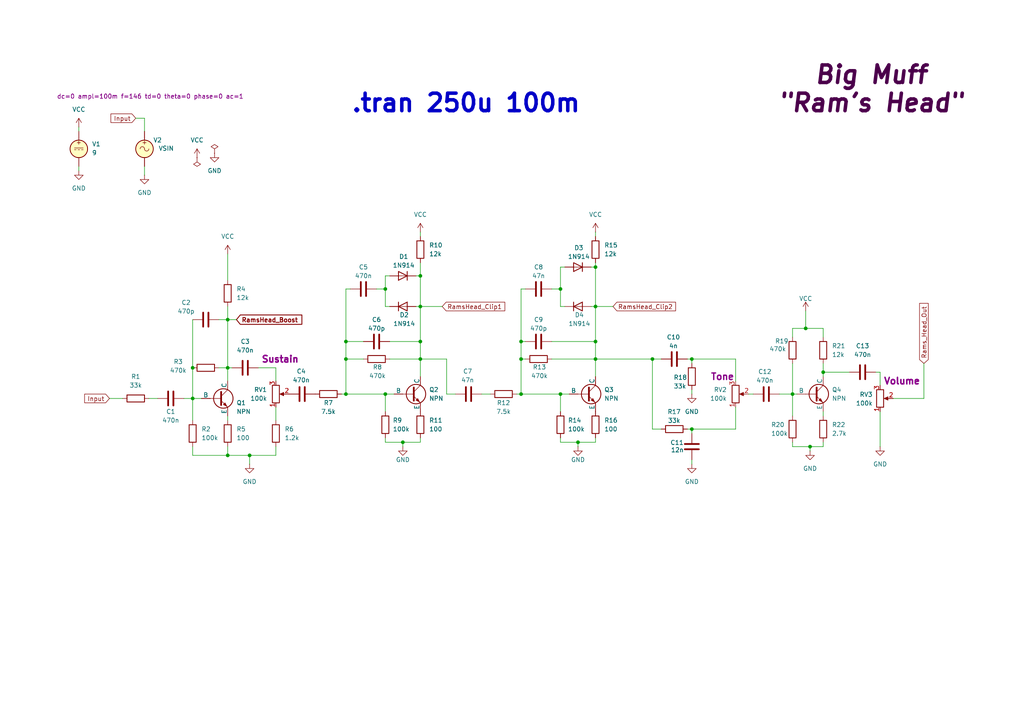
<source format=kicad_sch>
(kicad_sch (version 20231120) (generator "eeschema") (generator_version "8.0")
  (paper "A4")
  (title_block (title "Big Muff Rams Head") (date "2025-07-14") (rev "0.0.1") (company "D.B. Buchholz (Quick_Butterfly_4571)") (comment 1 "Fixed R to ground on base of Q4"))
  (junction (at 396.24 496.57))
  (junction (at 100.33 104.14))
  (junction (at 654.05 576.58))
  (junction (at 579.12 546.1))
  (junction (at 416.56 581.66))
  (junction (at 585.47 575.31))
  (junction (at 575.31 575.31))
  (junction (at 548.64 585.47))
  (junction (at 659.13 485.14))
  (junction (at 579.12 593.09))
  (junction (at 631.19 576.58))
  (junction (at 151.13 99.06))
  (junction (at 659.13 472.44))
  (junction (at 341.63 509.27))
  (junction (at 234.95 129.54))
  (junction (at 151.13 114.3))
  (junction (at 200.66 124.46))
  (junction (at 538.48 487.68))
  (junction (at 648.97 474.98))
  (junction (at 369.57 571.5))
  (junction (at 229.87 114.3))
  (junction (at 332.74 476.25))
  (junction (at 401.32 510.54))
  (junction (at 607.06 514.35))
  (junction (at 528.32 575.31))
  (junction (at 570.23 494.03))
  (junction (at 342.9 581.66))
  (junction (at 454.66 486.41))
  (junction (at 162.56 83.82))
  (junction (at 72.39 132.08))
  (junction (at 172.72 104.14))
  (junction (at 622.3 585.47))
  (junction (at 406.4 468.63))
  (junction (at 612.14 485.14))
  (junction (at 538.48 513.08))
  (junction (at 538.48 480.06))
  (junction (at 601.98 490.22))
  (junction (at 567.69 487.68))
  (junction (at 121.92 99.06))
  (junction (at 596.9 565.15))
  (junction (at 660.4 490.22))
  (junction (at 655.32 514.35))
  (junction (at 100.33 99.06))
  (junction (at 121.92 80.01))
  (junction (at 453.39 481.33))
  (junction (at 527.05 496.57))
  (junction (at 601.98 500.38))
  (junction (at 335.28 560.07))
  (junction (at 548.64 563.88))
  (junction (at 55.88 115.57))
  (junction (at 167.64 128.27))
  (junction (at 547.37 513.08))
  (junction (at 111.76 83.82))
  (junction (at 121.92 88.9))
  (junction (at 443.23 486.41))
  (junction (at 396.24 481.33))
  (junction (at 407.67 486.41))
  (junction (at 361.95 483.87))
  (junction (at 638.81 596.9))
  (junction (at 332.74 483.87))
  (junction (at 55.88 106.68))
  (junction (at 443.23 471.17))
  (junction (at 425.45 572.77))
  (junction (at 379.73 571.5))
  (junction (at 612.14 472.44))
  (junction (at 172.72 88.9))
  (junction (at 321.31 492.76))
  (junction (at 364.49 490.22))
  (junction (at 560.07 585.47))
  (junction (at 189.23 104.14))
  (junction (at 172.72 99.06))
  (junction (at 172.72 77.47))
  (junction (at 200.66 104.14))
  (junction (at 593.09 469.9))
  (junction (at 406.4 481.33))
  (junction (at 162.56 114.3))
  (junction (at 238.76 107.95))
  (junction (at 449.58 510.54))
  (junction (at 443.23 494.03))
  (junction (at 66.04 92.71))
  (junction (at 448.31 572.77))
  (junction (at 233.68 95.25))
  (junction (at 334.01 581.66))
  (junction (at 527.05 487.68))
  (junction (at 354.33 581.66))
  (junction (at 659.13 477.52))
  (junction (at 541.02 563.88))
  (junction (at 539.75 585.47))
  (junction (at 648.97 490.22))
  (junction (at 613.41 490.22))
  (junction (at 373.38 589.28))
  (junction (at 433.07 593.09))
  (junction (at 111.76 114.3))
  (junction (at 354.33 571.5))
  (junction (at 453.39 468.63))
  (junction (at 66.04 106.68))
  (junction (at 391.16 561.34))
  (junction (at 612.14 468.63))
  (junction (at 596.9 568.96))
  (junction (at 151.13 104.14))
  (junction (at 322.58 571.5))
  (junction (at 406.4 464.82))
  (junction (at 100.33 114.3))
  (junction (at 342.9 560.07))
  (junction (at 321.31 483.87))
  (junction (at 387.35 466.09))
  (junction (at 453.39 473.71))
  (junction (at 332.74 509.27))
  (junction (at 560.07 575.31))
  (junction (at 648.97 497.84))
  (junction (at 121.92 104.14))
  (junction (at 116.84 128.27))
  (junction (at 601.98 485.14))
  (junction (at 66.04 132.08))
  (junction (at 391.16 565.15))
  (junction (at 373.38 542.29))
  (junction (at 396.24 486.41))
  (wire (pts (xy 448.31 572.77) (xy 448.31 577.85)))
  (wire (pts (xy 325.12 581.66) (xy 322.58 581.66)))
  (wire (pts (xy 538.48 461.01) (xy 538.48 468.63)))
  (wire (pts (xy 396.24 509.27) (xy 396.24 510.54)))
  (wire (pts (xy 66.04 129.54) (xy 66.04 132.08)))
  (wire (pts (xy 162.56 128.27) (xy 167.64 128.27)))
  (wire (pts (xy 43.18 115.57) (xy 45.72 115.57)))
  (wire (pts (xy 66.04 106.68) (xy 63.5 106.68)))
  (wire (pts (xy 121.92 104.14) (xy 113.03 104.14)))
  (wire (pts (xy 640.08 474.98) (xy 640.08 490.22)))
  (wire (pts (xy 622.3 585.47) (xy 622.3 586.74)))
  (wire (pts (xy 391.16 586.74) (xy 391.16 589.28)))
  (wire (pts (xy 172.72 104.14) (xy 189.23 104.14)))
  (wire (pts (xy 342.9 593.09) (xy 342.9 581.66)))
  (wire (pts (xy 607.06 514.35) (xy 613.41 514.35)))
  (wire (pts (xy 111.76 114.3) (xy 114.3 114.3)))
  (wire (pts (xy 622.3 594.36) (xy 622.3 596.9)))
  (wire (pts (xy 66.04 120.65) (xy 66.04 121.92)))
  (wire (pts (xy 151.13 99.06) (xy 151.13 104.14)))
  (wire (pts (xy 229.87 114.3) (xy 231.14 114.3)))
  (wire (pts (xy 391.16 565.15) (xy 401.32 565.15)))
  (wire (pts (xy 151.13 99.06) (xy 152.4 99.06)))
  (wire (pts (xy 66.04 92.71) (xy 66.04 106.68)))
  (wire (pts (xy 162.56 114.3) (xy 162.56 119.38)))
  (wire (pts (xy 121.92 80.01) (xy 121.92 88.9)))
  (wire (pts (xy 561.34 481.33) (xy 567.69 481.33)))
  (wire (pts (xy 66.04 92.71) (xy 68.58 92.71)))
  (wire (pts (xy 55.88 132.08) (xy 66.04 132.08)))
  (wire (pts (xy 403.86 468.63) (xy 406.4 468.63)))
  (wire (pts (xy 200.66 104.14) (xy 213.36 104.14)))
  (wire (pts (xy 539.75 585.47) (xy 548.64 585.47)))
  (wire (pts (xy 570.23 487.68) (xy 570.23 494.03)))
  (wire (pts (xy 594.36 565.15) (xy 596.9 565.15)))
  (wire (pts (xy 80.01 129.54) (xy 80.01 132.08)))
  (wire (pts (xy 443.23 494.03) (xy 447.04 494.03)))
  (wire (pts (xy 74.93 106.68) (xy 80.01 106.68)))
  (wire (pts (xy 548.64 585.47) (xy 549.91 585.47)))
  (wire (pts (xy 314.96 527.05) (xy 469.9 527.05)))
  (wire (pts (xy 416.56 581.66) (xy 416.56 582.93)))
  (wire (pts (xy 66.04 106.68) (xy 66.04 110.49)))
  (wire (pts (xy 66.04 106.68) (xy 67.31 106.68)))
  (wire (pts (xy 648.97 514.35) (xy 655.32 514.35)))
  (wire (pts (xy 538.48 585.47) (xy 539.75 585.47)))
  (wire (pts (xy 151.13 83.82) (xy 152.4 83.82)))
  (wire (pts (xy 527.05 487.68) (xy 527.05 496.57)))
  (wire (pts (xy 538.48 480.06) (xy 538.48 487.68)))
  (wire (pts (xy 406.4 458.47) (xy 406.4 464.82)))
  (wire (pts (xy 548.64 596.9) (xy 548.64 585.47)))
  (wire (pts (xy 548.64 579.12) (xy 548.64 585.47)))
  (wire (pts (xy 332.74 483.87) (xy 332.74 487.68)))
  (wire (pts (xy 121.92 76.2) (xy 121.92 80.01)))
  (wire (pts (xy 314.96 571.5) (xy 322.58 571.5)))
  (wire (pts (xy 172.72 99.06) (xy 172.72 104.14)))
  (wire (pts (xy 172.72 88.9) (xy 177.8 88.9)))
  (wire (pts (xy 321.31 509.27) (xy 332.74 509.27)))
  (wire (pts (xy 396.24 510.54) (xy 401.32 510.54)))
  (wire (pts (xy 334.01 581.66) (xy 342.9 581.66)))
  (wire (pts (xy 654.05 596.9) (xy 638.81 596.9)))
  (wire (pts (xy 99.06 114.3) (xy 100.33 114.3)))
  (wire (pts (xy 675.64 490.22) (xy 660.4 490.22)))
  (wire (pts (xy 238.76 107.95) (xy 246.38 107.95)))
  (wire (pts (xy 443.23 494.03) (xy 443.23 500.38)))
  (wire (pts (xy 600.71 472.44) (xy 601.98 472.44)))
  (wire (pts (xy 628.65 490.22) (xy 628.65 497.84)))
  (wire (pts (xy 600.71 500.38) (xy 601.98 500.38)))
  (wire (pts (xy 80.01 110.49) (xy 80.01 106.68)))
  (wire (pts (xy 596.9 568.96) (xy 607.06 568.96)))
  (wire (pts (xy 364.49 483.87) (xy 364.49 490.22)))
  (wire (pts (xy 200.66 124.46) (xy 213.36 124.46)))
  (wire (pts (xy 354.33 571.5) (xy 354.33 581.66)))
  (wire (pts (xy 355.6 480.06) (xy 355.6 477.52)))
  (wire (pts (xy 579.12 546.1) (xy 596.9 546.1)))
  (wire (pts (xy 453.39 481.33) (xy 454.66 481.33)))
  (wire (pts (xy 80.01 118.11) (xy 80.01 121.92)))
  (wire (pts (xy 528.32 563.88) (xy 528.32 575.31)))
  (wire (pts (xy 650.24 490.22) (xy 648.97 490.22)))
  (wire (pts (xy 660.4 490.22) (xy 657.86 490.22)))
  (wire (pts (xy 580.39 485.14) (xy 601.98 485.14)))
  (wire (pts (xy 650.24 472.44) (xy 648.97 472.44)))
  (wire (pts (xy 332.74 483.87) (xy 341.63 483.87)))
  (wire (pts (xy 648.97 474.98) (xy 648.97 477.52)))
  (wire (pts (xy 648.97 472.44) (xy 648.97 474.98)))
  (wire (pts (xy 332.74 476.25) (xy 332.74 483.87)))
  (wire (pts (xy 655.32 514.35) (xy 660.4 514.35)))
  (wire (pts (xy 322.58 483.87) (xy 321.31 483.87)))
  (wire (pts (xy 575.31 590.55) (xy 575.31 593.09)))
  (wire (pts (xy 332.74 483.87) (xy 330.2 483.87)))
  (wire (pts (xy 561.34 483.87) (xy 561.34 481.33)))
  (wire (pts (xy 444.5 481.33) (xy 443.23 481.33)))
  (wire (pts (xy 585.47 565.15) (xy 585.47 575.31)))
  (wire (pts (xy 200.66 105.41) (xy 200.66 104.14)))
  (wire (pts (xy 539.75 585.47) (xy 539.75 586.74)))
  (wire (pts (xy 189.23 104.14) (xy 189.23 124.46)))
  (wire (pts (xy 162.56 114.3) (xy 165.1 114.3)))
  (wire (pts (xy 613.41 490.22) (xy 613.41 495.3)))
  (wire (pts (xy 172.72 88.9) (xy 172.72 99.06)))
  (wire (pts (xy 660.4 514.35) (xy 660.4 511.81)))
  (wire (pts (xy 453.39 449.58) (xy 453.39 454.66)))
  (wire (pts (xy 648.97 576.58) (xy 654.05 576.58)))
  (wire (pts (xy 342.9 560.07) (xy 335.28 560.07)))
  (wire (pts (xy 515.62 496.57) (xy 518.16 496.57)))
  (wire (pts (xy 335.28 560.07) (xy 335.28 561.34)))
  (wire (pts (xy 167.64 128.27) (xy 167.64 129.54)))
  (wire (pts (xy 638.81 598.17) (xy 638.81 596.9)))
  (wire (pts (xy 309.88 492.76) (xy 312.42 492.76)))
  (wire (pts (xy 172.72 76.2) (xy 172.72 77.47)))
  (wire (pts (xy 121.92 67.31) (xy 121.92 68.58)))
  (wire (pts (xy 675.64 530.86) (xy 675.64 490.22)))
  (wire (pts (xy 659.13 466.09) (xy 659.13 472.44)))
  (wire (pts (xy 631.19 584.2) (xy 631.19 585.47)))
  (wire (pts (xy 332.74 560.07) (xy 335.28 560.07)))
  (wire (pts (xy 647.7 497.84) (xy 648.97 497.84)))
  (wire (pts (xy 229.87 128.27) (xy 229.87 129.54)))
  (wire (pts (xy 22.86 48.26) (xy 22.86 49.53)))
  (wire (pts (xy 353.06 560.07) (xy 354.33 560.07)))
  (wire (pts (xy 369.57 589.28) (xy 373.38 589.28)))
  (wire (pts (xy 172.72 104.14) (xy 172.72 109.22)))
  (wire (pts (xy 401.32 510.54) (xy 407.67 510.54)))
  (wire (pts (xy 575.31 575.31) (xy 575.31 582.93)))
  (wire (pts (xy 585.47 575.31) (xy 589.28 575.31)))
  (wire (pts (xy 361.95 477.52) (xy 361.95 483.87)))
  (wire (pts (xy 341.63 509.27) (xy 364.49 509.27)))
  (wire (pts (xy 648.97 485.14) (xy 648.97 490.22)))
  (wire (pts (xy 596.9 554.99) (xy 596.9 565.15)))
  (wire (pts (xy 527.05 496.57) (xy 527.05 502.92)))
  (wire (pts (xy 121.92 128.27) (xy 121.92 127)))
  (wire (pts (xy 373.38 589.28) (xy 373.38 590.55)))
  (wire (pts (xy 314.96 571.5) (xy 314.96 527.05)))
  (wire (pts (xy 121.92 104.14) (xy 121.92 109.22)))
  (wire (pts (xy 162.56 77.47) (xy 162.56 83.82)))
  (wire (pts (xy 593.09 468.63) (xy 601.98 468.63)))
  (wire (pts (xy 63.5 92.71) (xy 66.04 92.71)))
  (wire (pts (xy 609.6 468.63) (xy 612.14 468.63)))
  (wire (pts (xy 229.87 129.54) (xy 234.95 129.54)))
  (wire (pts (xy 365.76 571.5) (xy 369.57 571.5)))
  (wire (pts (xy 538.48 513.08) (xy 547.37 513.08)))
  (wire (pts (xy 527.05 513.08) (xy 538.48 513.08)))
  (wire (pts (xy 613.41 485.14) (xy 613.41 490.22)))
  (wire (pts (xy 321.31 506.73) (xy 321.31 509.27)))
  (wire (pts (xy 369.57 586.74) (xy 369.57 589.28)))
  (wire (pts (xy 558.8 563.88) (xy 560.07 563.88)))
  (wire (pts (xy 387.35 466.09) (xy 387.35 464.82)))
  (wire (pts (xy 111.76 80.01) (xy 113.03 80.01)))
  (wire (pts (xy 111.76 88.9) (xy 113.03 88.9)))
  (wire (pts (xy 638.81 497.84) (xy 640.08 497.84)))
  (wire (pts (xy 53.34 115.57) (xy 55.88 115.57)))
  (wire (pts (xy 111.76 80.01) (xy 111.76 83.82)))
  (wire (pts (xy 342.9 581.66) (xy 344.17 581.66)))
  (wire (pts (xy 657.86 485.14) (xy 659.13 485.14)))
  (wire (pts (xy 41.91 48.26) (xy 41.91 50.8)))
  (wire (pts (xy 407.67 486.41) (xy 422.91 486.41)))
  (wire (pts (xy 528.32 575.31) (xy 528.32 585.47)))
  (wire (pts (xy 548.64 563.88) (xy 548.64 571.5)))
  (wire (pts (xy 374.65 481.33) (xy 396.24 481.33)))
  (wire (pts (xy 657.86 472.44) (xy 659.13 472.44)))
  (wire (pts (xy 394.97 496.57) (xy 396.24 496.57)))
  (wire (pts (xy 234.95 129.54) (xy 238.76 129.54)))
  (wire (pts (xy 660.4 490.22) (xy 660.4 492.76)))
  (wire (pts (xy 41.91 34.29) (xy 41.91 38.1)))
  (wire (pts (xy 575.31 593.09) (xy 579.12 593.09)))
  (wire (pts (xy 121.92 99.06) (xy 121.92 104.14)))
  (wire (pts (xy 596.9 580.39) (xy 596.9 582.93)))
  (wire (pts (xy 229.87 114.3) (xy 229.87 120.65)))
  (wire (pts (xy 199.39 124.46) (xy 200.66 124.46)))
  (wire (pts (xy 391.16 576.58) (xy 391.16 579.12)))
  (wire (pts (xy 379.73 561.34) (xy 379.73 571.5)))
  (wire (pts (xy 659.13 472.44) (xy 659.13 477.52)))
  (wire (pts (xy 387.35 466.09) (xy 387.35 468.63)))
  (wire (pts (xy 151.13 104.14) (xy 152.4 104.14)))
  (wire (pts (xy 538.48 487.68) (xy 535.94 487.68)))
  (wire (pts (xy 332.74 508) (xy 332.74 509.27)))
  (wire (pts (xy 100.33 83.82) (xy 101.6 83.82)))
  (wire (pts (xy 379.73 490.22) (xy 379.73 496.57)))
  (wire (pts (xy 579.12 593.09) (xy 596.9 593.09)))
  (wire (pts (xy 332.74 509.27) (xy 341.63 509.27)))
  (wire (pts (xy 549.91 596.9) (xy 548.64 596.9)))
  (wire (pts (xy 406.4 468.63) (xy 406.4 481.33)))
  (wire (pts (xy 443.23 481.33) (xy 443.23 486.41)))
  (wire (pts (xy 579.12 541.02) (xy 579.12 546.1)))
  (wire (pts (xy 596.9 590.55) (xy 596.9 593.09)))
  (wire (pts (xy 654.05 576.58) (xy 654.05 581.66)))
  (wire (pts (xy 397.51 486.41) (xy 396.24 486.41)))
  (wire (pts (xy 659.13 485.14) (xy 660.4 485.14)))
  (wire (pts (xy 538.48 501.65) (xy 538.48 504.19)))
  (wire (pts (xy 575.31 554.99) (xy 575.31 575.31)))
  (wire (pts (xy 369.57 551.18) (xy 369.57 571.5)))
  (wire (pts (xy 172.72 128.27) (xy 172.72 127)))
  (wire (pts (xy 354.33 571.5) (xy 358.14 571.5)))
  (wire (pts (xy 238.76 95.25) (xy 238.76 97.79)))
  (wire (pts (xy 575.31 546.1) (xy 575.31 547.37)))
  (wire (pts (xy 379.73 571.5) (xy 383.54 571.5)))
  (wire (pts (xy 120.65 80.01) (xy 121.92 80.01)))
  (wire (pts (xy 160.02 99.06) (xy 172.72 99.06)))
  (wire (pts (xy 631.19 585.47) (xy 622.3 585.47)))
  (wire (pts (xy 607.06 514.35) (xy 607.06 515.62)))
  (wire (pts (xy 100.33 99.06) (xy 105.41 99.06)))
  (wire (pts (xy 233.68 95.25) (xy 238.76 95.25)))
  (wire (pts (xy 100.33 83.82) (xy 100.33 99.06)))
  (wire (pts (xy 416.56 565.15) (xy 416.56 568.96)))
  (wire (pts (xy 405.13 481.33) (xy 406.4 481.33)))
  (wire (pts (xy 570.23 494.03) (xy 570.23 501.65)))
  (wire (pts (xy 454.66 486.41) (xy 452.12 486.41)))
  (wire (pts (xy 648.97 497.84) (xy 652.78 497.84)))
  (wire (pts (xy 654.05 589.28) (xy 654.05 596.9)))
  (wire (pts (xy 560.07 563.88) (xy 560.07 575.31)))
  (wire (pts (xy 648.97 477.52) (xy 651.51 477.52)))
  (wire (pts (xy 254 107.95) (xy 255.27 107.95)))
  (wire (pts (xy 538.48 487.68) (xy 538.48 491.49)))
  (wire (pts (xy 351.79 581.66) (xy 354.33 581.66)))
  (wire (pts (xy 381 561.34) (xy 379.73 561.34)))
  (wire (pts (xy 238.76 105.41) (xy 238.76 107.95)))
  (wire (pts (xy 648.97 490.22) (xy 648.97 497.84)))
  (wire (pts (xy 100.33 114.3) (xy 111.76 114.3)))
  (wire (pts (xy 238.76 120.65) (xy 238.76 119.38)))
  (wire (pts (xy 609.6 472.44) (xy 612.14 472.44)))
  (wire (pts (xy 449.58 510.54) (xy 454.66 510.54)))
  (wire (pts (xy 345.44 560.07) (xy 342.9 560.07)))
  (wire (pts (xy 586.74 565.15) (xy 585.47 565.15)))
  (wire (pts (xy 322.58 560.07) (xy 325.12 560.07)))
  (wire (pts (xy 113.03 99.06) (xy 121.92 99.06)))
  (wire (pts (xy 391.16 542.29) (xy 391.16 543.56)))
  (wire (pts (xy 525.78 496.57) (xy 527.05 496.57)))
  (wire (pts (xy 364.49 490.22) (xy 379.73 490.22)))
  (wire (pts (xy 162.56 77.47) (xy 163.83 77.47)))
  (wire (pts (xy 259.08 115.57) (xy 267.97 115.57)))
  (wire (pts (xy 321.31 483.87) (xy 321.31 492.76)))
  (wire (pts (xy 601.98 513.08) (xy 601.98 514.35)))
  (wire (pts (xy 433.07 594.36) (xy 433.07 593.09)))
  (wire (pts (xy 160.02 83.82) (xy 162.56 83.82)))
  (wire (pts (xy 443.23 473.71) (xy 445.77 473.71)))
  (wire (pts (xy 570.23 509.27) (xy 570.23 513.08)))
  (wire (pts (xy 422.91 494.03) (xy 425.45 494.03)))
  (wire (pts (xy 111.76 114.3) (xy 111.76 119.38)))
  (wire (pts (xy 255.27 119.38) (xy 255.27 129.54)))
  (wire (pts (xy 66.04 73.66) (xy 66.04 81.28)))
  (wire (pts (xy 364.49 505.46) (xy 364.49 509.27)))
  (wire (pts (xy 551.18 563.88) (xy 548.64 563.88)))
  (wire (pts (xy 443.23 508) (xy 443.23 510.54)))
  (wire (pts (xy 342.9 575.31) (xy 342.9 581.66)))
  (wire (pts (xy 39.37 34.29) (xy 41.91 34.29)))
  (wire (pts (xy 229.87 105.41) (xy 229.87 114.3)))
  (wire (pts (xy 538.48 563.88) (xy 541.02 563.88)))
  (wire (pts (xy 527.05 510.54) (xy 527.05 513.08)))
  (wire (pts (xy 391.16 561.34) (xy 391.16 565.15)))
  (wire (pts (xy 31.75 115.57) (xy 35.56 115.57)))
  (wire (pts (xy 434.34 471.17) (xy 434.34 486.41)))
  (wire (pts (xy 469.9 527.05) (xy 469.9 486.41)))
  (wire (pts (xy 554.99 487.68) (xy 557.53 487.68)))
  (wire (pts (xy 111.76 127) (xy 111.76 128.27)))
  (wire (pts (xy 453.39 468.63) (xy 453.39 473.71)))
  (wire (pts (xy 394.97 468.63) (xy 396.24 468.63)))
  (wire (pts (xy 171.45 88.9) (xy 172.72 88.9)))
  (wire (pts (xy 601.98 485.14) (xy 601.98 490.22)))
  (wire (pts (xy 626.11 576.58) (xy 631.19 576.58)))
  (wire (pts (xy 547.37 513.08) (xy 547.37 515.62)))
  (wire (pts (xy 454.66 486.41) (xy 454.66 488.95)))
  (wire (pts (xy 557.53 585.47) (xy 560.07 585.47)))
  (wire (pts (xy 354.33 560.07) (xy 354.33 571.5)))
  (wire (pts (xy 129.54 104.14) (xy 129.54 114.3)))
  (wire (pts (xy 129.54 114.3) (xy 132.08 114.3)))
  (wire (pts (xy 660.4 502.92) (xy 660.4 504.19)))
  (wire (pts (xy 55.88 92.71) (xy 55.88 106.68)))
  (wire (pts (xy 601.98 500.38) (xy 605.79 500.38)))
  (wire (pts (xy 596.9 546.1) (xy 596.9 547.37)))
  (wire (pts (xy 116.84 128.27) (xy 121.92 128.27)))
  (wire (pts (xy 109.22 83.82) (xy 111.76 83.82)))
  (wire (pts (xy 640.08 490.22) (xy 648.97 490.22)))
  (wire (pts (xy 593.09 469.9) (xy 593.09 468.63)))
  (wire (pts (xy 330.2 476.25) (xy 332.74 476.25)))
  (wire (pts (xy 332.74 472.44) (xy 332.74 476.25)))
  (wire (pts (xy 332.74 497.84) (xy 332.74 500.38)))
  (wire (pts (xy 320.04 492.76) (xy 321.31 492.76)))
  (wire (pts (xy 233.68 90.17) (xy 233.68 95.25)))
  (wire (pts (xy 346.71 571.5) (xy 354.33 571.5)))
  (wire (pts (xy 332.74 581.66) (xy 334.01 581.66)))
  (wire (pts (xy 548.64 563.88) (xy 541.02 563.88)))
  (wire (pts (xy 373.38 589.28) (xy 391.16 589.28)))
  (wire (pts (xy 560.07 575.31) (xy 563.88 575.31)))
  (wire (pts (xy 650.24 485.14) (xy 648.97 485.14)))
  (wire (pts (xy 603.25 490.22) (xy 601.98 490.22)))
  (wire (pts (xy 334.01 590.55) (xy 334.01 591.82)))
  (wire (pts (xy 321.31 476.25) (xy 321.31 483.87)))
  (wire (pts (xy 66.04 132.08) (xy 72.39 132.08)))
  (wire (pts (xy 434.34 471.17) (xy 435.61 471.17)))
  (wire (pts (xy 334.01 581.66) (xy 334.01 582.93)))
  (wire (pts (xy 444.5 468.63) (xy 443.23 468.63)))
  (wire (pts (xy 444.5 486.41) (xy 443.23 486.41)))
  (wire (pts (xy 443.23 510.54) (xy 449.58 510.54)))
  (wire (pts (xy 433.07 494.03) (xy 434.34 494.03)))
  (wire (pts (xy 527.05 496.57) (xy 530.86 496.57)))
  (wire (pts (xy 403.86 464.82) (xy 406.4 464.82)))
  (wire (pts (xy 601.98 514.35) (xy 607.06 514.35)))
  (wire (pts (xy 382.27 466.09) (xy 387.35 466.09)))
  (wire (pts (xy 354.33 581.66) (xy 354.33 593.09)))
  (wire (pts (xy 612.14 472.44) (xy 612.14 485.14)))
  (wire (pts (xy 612.14 462.28) (xy 612.14 468.63)))
  (wire (pts (xy 111.76 83.82) (xy 111.76 88.9)))
  (wire (pts (xy 397.51 481.33) (xy 396.24 481.33)))
  (wire (pts (xy 172.72 77.47) (xy 172.72 88.9)))
  (wire (pts (xy 580.39 469.9) (xy 580.39 485.14)))
  (wire (pts (xy 167.64 128.27) (xy 172.72 128.27)))
  (wire (pts (xy 72.39 132.08) (xy 80.01 132.08)))
  (wire (pts (xy 342.9 560.07) (xy 342.9 567.69)))
  (wire (pts (xy 441.96 494.03) (xy 443.23 494.03)))
  (wire (pts (xy 654.05 576.58) (xy 661.67 576.58)))
  (wire (pts (xy 575.31 546.1) (xy 579.12 546.1)))
  (wire (pts (xy 443.23 572.77) (xy 448.31 572.77)))
  (wire (pts (xy 373.38 537.21) (xy 373.38 542.29)))
  (wire (pts (xy 530.86 585.47) (xy 528.32 585.47)))
  (wire (pts (xy 361.95 483.87) (xy 364.49 483.87)))
  (wire (pts (xy 142.24 114.3) (xy 139.7 114.3)))
  (wire (pts (xy 434.34 486.41) (xy 443.23 486.41)))
  (wire (pts (xy 406.4 481.33) (xy 407.67 481.33)))
  (wire (pts (xy 321.31 492.76) (xy 321.31 499.11)))
  (wire (pts (xy 391.16 565.15) (xy 391.16 566.42)))
  (wire (pts (xy 420.37 572.77) (xy 425.45 572.77)))
  (wire (pts (xy 407.67 481.33) (xy 407.67 486.41)))
  (wire (pts (xy 234.95 129.54) (xy 234.95 130.81)))
  (wire (pts (xy 659.13 477.52) (xy 659.13 485.14)))
  (wire (pts (xy 448.31 572.77) (xy 455.93 572.77)))
  (wire (pts (xy 172.72 104.14) (xy 160.02 104.14)))
  (wire (pts (xy 151.13 104.14) (xy 151.13 114.3)))
  (wire (pts (xy 659.13 453.39) (xy 659.13 458.47)))
  (wire (pts (xy 55.88 129.54) (xy 55.88 132.08)))
  (wire (pts (xy 588.01 469.9) (xy 593.09 469.9)))
  (wire (pts (xy 200.66 114.3) (xy 200.66 113.03)))
  (wire (pts (xy 433.07 593.09) (xy 416.56 593.09)))
  (wire (pts (xy 407.67 486.41) (xy 407.67 491.49)))
  (wire (pts (xy 349.25 483.87) (xy 351.79 483.87)))
  (wire (pts (xy 601.98 500.38) (xy 601.98 505.46)))
  (wire (pts (xy 612.14 453.39) (xy 612.14 454.66)))
  (wire (pts (xy 528.32 487.68) (xy 527.05 487.68)))
  (wire (pts (xy 229.87 95.25) (xy 233.68 95.25)))
  (wire (pts (xy 443.23 471.17) (xy 443.23 473.71)))
  (wire (pts (xy 535.94 480.06) (xy 538.48 480.06)))
  (wire (pts (xy 55.88 115.57) (xy 58.42 115.57)))
  (wire (pts (xy 560.07 575.31) (xy 560.07 585.47)))
  (wire (pts (xy 387.35 464.82) (xy 396.24 464.82)))
  (wire (pts (xy 622.3 580.39) (xy 622.3 585.47)))
  (wire (pts (xy 406.4 464.82) (xy 406.4 468.63)))
  (wire (pts (xy 226.06 114.3) (xy 229.87 114.3)))
  (wire (pts (xy 520.7 530.86) (xy 675.64 530.86)))
  (wire (pts (xy 373.38 542.29) (xy 391.16 542.29)))
  (wire (pts (xy 322.58 560.07) (xy 322.58 571.5)))
  (wire (pts (xy 191.77 124.46) (xy 189.23 124.46)))
  (wire (pts (xy 267.97 105.41) (xy 267.97 115.57)))
  (wire (pts (xy 648.97 497.84) (xy 648.97 504.19)))
  (wire (pts (xy 416.56 590.55) (xy 416.56 593.09)))
  (wire (pts (xy 364.49 490.22) (xy 364.49 497.84)))
  (wire (pts (xy 369.57 571.5) (xy 369.57 579.12)))
  (wire (pts (xy 111.76 128.27) (xy 116.84 128.27)))
  (wire (pts (xy 332.74 457.2) (xy 332.74 464.82)))
  (wire (pts (xy 116.84 128.27) (xy 116.84 129.54)))
  (wire (pts (xy 655.32 514.35) (xy 655.32 516.89)))
  (wire (pts (xy 613.41 490.22) (xy 628.65 490.22)))
  (wire (pts (xy 407.67 486.41) (xy 405.13 486.41)))
  (wire (pts (xy 416.56 576.58) (xy 416.56 581.66)))
  (wire (pts (xy 443.23 468.63) (xy 443.23 471.17)))
  (wire (pts (xy 552.45 575.31) (xy 560.07 575.31)))
  (wire (pts (xy 162.56 83.82) (xy 162.56 88.9)))
  (wire (pts (xy 396.24 481.33) (xy 396.24 486.41)))
  (wire (pts (xy 151.13 114.3) (xy 162.56 114.3)))
  (wire (pts (xy 351.79 593.09) (xy 354.33 593.09)))
  (wire (pts (xy 200.66 133.35) (xy 200.66 134.62)))
  (wire (pts (xy 189.23 104.14) (xy 191.77 104.14)))
  (wire (pts (xy 238.76 128.27) (xy 238.76 129.54)))
  (wire (pts (xy 567.69 481.33) (xy 567.69 487.68)))
  (wire (pts (xy 22.86 36.83) (xy 22.86 38.1)))
  (wire (pts (xy 612.14 468.63) (xy 612.14 472.44)))
  (wire (pts (xy 570.23 494.03) (xy 585.47 494.03)))
  (wire (pts (xy 396.24 486.41) (xy 396.24 496.57)))
  (wire (pts (xy 593.09 469.9) (xy 593.09 472.44)))
  (wire (pts (xy 255.27 107.95) (xy 255.27 111.76)))
  (wire (pts (xy 520.7 575.31) (xy 520.7 530.86)))
  (wire (pts (xy 541.02 563.88) (xy 541.02 565.15)))
  (wire (pts (xy 614.68 568.96) (xy 622.3 568.96)))
  (wire (pts (xy 100.33 99.06) (xy 100.33 104.14)))
  (wire (pts (xy 453.39 473.71) (xy 453.39 481.33)))
  (wire (pts (xy 66.04 88.9) (xy 66.04 92.71)))
  (wire (pts (xy 449.58 510.54) (xy 449.58 513.08)))
  (wire (pts (xy 121.92 88.9) (xy 121.92 99.06)))
  (wire (pts (xy 622.3 568.96) (xy 622.3 572.77)))
  (wire (pts (xy 355.6 477.52) (xy 361.95 477.52)))
  (wire (pts (xy 538.48 511.81) (xy 538.48 513.08)))
  (wire (pts (xy 613.41 514.35) (xy 613.41 513.08)))
  (wire (pts (xy 571.5 575.31) (xy 575.31 575.31)))
  (wire (pts (xy 452.12 481.33) (xy 453.39 481.33)))
  (wire (pts (xy 55.88 115.57) (xy 55.88 121.92)))
  (wire (pts (xy 648.97 511.81) (xy 648.97 514.35)))
  (wire (pts (xy 660.4 485.14) (xy 660.4 490.22)))
  (wire (pts (xy 229.87 95.25) (xy 229.87 97.79)))
  (wire (pts (xy 359.41 483.87) (xy 361.95 483.87)))
  (wire (pts (xy 171.45 77.47) (xy 172.72 77.47)))
  (wire (pts (xy 638.81 596.9) (xy 622.3 596.9)))
  (wire (pts (xy 528.32 563.88) (xy 530.86 563.88)))
  (wire (pts (xy 575.31 575.31) (xy 585.47 575.31)))
  (wire (pts (xy 612.14 485.14) (xy 613.41 485.14)))
  (wire (pts (xy 72.39 132.08) (xy 72.39 134.62)))
  (wire (pts (xy 213.36 118.11) (xy 213.36 124.46)))
  (wire (pts (xy 425.45 581.66) (xy 416.56 581.66)))
  (wire (pts (xy 369.57 542.29) (xy 373.38 542.29)))
  (wire (pts (xy 396.24 496.57) (xy 396.24 501.65)))
  (wire (pts (xy 344.17 593.09) (xy 342.9 593.09)))
  (wire (pts (xy 469.9 486.41) (xy 454.66 486.41)))
  (wire (pts (xy 396.24 496.57) (xy 400.05 496.57)))
  (wire (pts (xy 200.66 124.46) (xy 200.66 125.73)))
  (wire (pts (xy 162.56 88.9) (xy 163.83 88.9)))
  (wire (pts (xy 596.9 568.96) (xy 596.9 570.23)))
  (wire (pts (xy 527.05 480.06) (xy 527.05 487.68)))
  (wire (pts (xy 322.58 571.5) (xy 322.58 581.66)))
  (wire (pts (xy 374.65 466.09) (xy 374.65 481.33)))
  (wire (pts (xy 640.08 474.98) (xy 641.35 474.98)))
  (wire (pts (xy 422.91 486.41) (xy 422.91 494.03)))
  (wire (pts (xy 538.48 476.25) (xy 538.48 480.06)))
  (wire (pts (xy 557.53 596.9) (xy 560.07 596.9)))
  (wire (pts (xy 528.32 480.06) (xy 527.05 480.06)))
  (wire (pts (xy 425.45 580.39) (xy 425.45 581.66)))
  (wire (pts (xy 406.4 449.58) (xy 406.4 450.85)))
  (wire (pts (xy 565.15 487.68) (xy 567.69 487.68)))
  (wire (pts (xy 538.48 487.68) (xy 547.37 487.68)))
  (wire (pts (xy 391.16 551.18) (xy 391.16 561.34)))
  (wire (pts (xy 388.62 561.34) (xy 391.16 561.34)))
  (wire (pts (xy 121.92 104.14) (xy 129.54 104.14)))
  (wire (pts (xy 539.75 594.36) (xy 539.75 595.63)))
  (wire (pts (xy 407.67 510.54) (xy 407.67 509.27)))
  (wire (pts (xy 55.88 106.68) (xy 55.88 115.57)))
  (wire (pts (xy 454.66 481.33) (xy 454.66 486.41)))
  (wire (pts (xy 547.37 513.08) (xy 570.23 513.08)))
  (wire (pts (xy 560.07 585.47) (xy 560.07 596.9)))
  (wire (pts (xy 199.39 104.14) (xy 200.66 104.14)))
  (wire (pts (xy 408.94 565.15) (xy 416.56 565.15)))
  (wire (pts (xy 100.33 104.14) (xy 105.41 104.14)))
  (wire (pts (xy 443.23 486.41) (xy 443.23 494.03)))
  (wire (pts (xy 520.7 575.31) (xy 528.32 575.31)))
  (wire (pts (xy 567.69 487.68) (xy 570.23 487.68)))
  (wire (pts (xy 213.36 104.14) (xy 213.36 110.49)))
  (wire (pts (xy 628.65 497.84) (xy 631.19 497.84)))
  (wire (pts (xy 341.63 509.27) (xy 341.63 511.81)))
  (wire (pts (xy 452.12 468.63) (xy 453.39 468.63)))
  (wire (pts (xy 401.32 510.54) (xy 401.32 511.81)))
  (wire (pts (xy 596.9 565.15) (xy 596.9 568.96)))
  (wire (pts (xy 585.47 494.03) (xy 585.47 500.38)))
  (wire (pts (xy 172.72 67.31) (xy 172.72 68.58)))
  (wire (pts (xy 369.57 571.5) (xy 379.73 571.5)))
  (wire (pts (xy 454.66 510.54) (xy 454.66 508)))
  (wire (pts (xy 448.31 593.09) (xy 433.07 593.09)))
  (wire (pts (xy 162.56 127) (xy 162.56 128.27)))
  (wire (pts (xy 453.39 462.28) (xy 453.39 468.63)))
  (wire (pts (xy 601.98 490.22) (xy 601.98 500.38)))
  (wire (pts (xy 100.33 104.14) (xy 100.33 114.3)))
  (wire (pts (xy 454.66 499.11) (xy 454.66 500.38)))
  (wire (pts (xy 149.86 114.3) (xy 151.13 114.3)))
  (wire (pts (xy 217.17 114.3) (xy 218.44 114.3)))
  (wire (pts (xy 425.45 572.77) (xy 435.61 572.77)))
  (wire (pts (xy 322.58 476.25) (xy 321.31 476.25)))
  (wire (pts (xy 613.41 490.22) (xy 610.87 490.22)))
  (wire (pts (xy 121.92 88.9) (xy 128.27 88.9)))
  (wire (pts (xy 151.13 83.82) (xy 151.13 99.06)))
  (wire (pts (xy 610.87 485.14) (xy 612.14 485.14)))
  (wire (pts (xy 321.31 492.76) (xy 325.12 492.76)))
  (wire (pts (xy 120.65 88.9) (xy 121.92 88.9)))
  (wire (pts (xy 579.12 593.09) (xy 579.12 594.36)))
  (wire (pts (xy 603.25 485.14) (xy 601.98 485.14)))
  (wire (pts (xy 238.76 107.95) (xy 238.76 109.22)))
  (wire (pts (xy 631.19 576.58) (xy 641.35 576.58)))
  (wire (pts (xy 369.57 542.29) (xy 369.57 543.56)))
  (wire (pts (xy 448.31 585.47) (xy 448.31 593.09)))
  (text "Big Muff\n\"Ram's Head\"" (at 252.73 33.02 0) (effects (font (size 5.08 5.08) (thickness 1.016) (bold yes) (italic yes)) (justify bottom)))
  (text ".tran 250u 100m" (at 101.6 33.02 0) (effects (font (size 5.08 5.08) (thickness 1.016) (bold yes)) (justify left bottom)))
  (global_label "Input" (shape input) (at 508 496.57 180) (property "Intersheetrefs" "${INTERSHEET_REFS}" (effects (hide yes))))
  (global_label "RamsHead_Clip1" (shape input) (at 128.27 88.9 0) (property "Intersheetrefs" "${INTERSHEET_REFS}" (effects (hide yes))))
  (global_label "v2.1.5-HF-Comp4" (shape input) (at 455.93 572.77 0) (property "Intersheetrefs" "${INTERSHEET_REFS}" (effects (hide yes))))
  (global_label "Input" (shape input) (at 31.75 115.57 180) (property "Intersheetrefs" "${INTERSHEET_REFS}" (effects (hide yes))))
  (global_label "RamsHead_Boost" (shape input) (at 68.58 92.71 0) (effects (font (thickness 0.254) (bold yes))) (property "Intersheetrefs" "${INTERSHEET_REFS}" (effects (hide yes))))
  (global_label "RamsHead_Clip2" (shape input) (at 177.8 88.9 0) (property "Intersheetrefs" "${INTERSHEET_REFS}" (effects (hide yes))))
  (global_label "Input" (shape input) (at 302.26 492.76 180) (property "Intersheetrefs" "${INTERSHEET_REFS}" (effects (hide yes))))
  (global_label "Input" (shape input) (at 39.37 34.29 180) (property "Intersheetrefs" "${INTERSHEET_REFS}" (effects (hide yes))))
  (global_label "Rams_Head_Out" (shape input) (at 267.97 105.41 90) (property "Intersheetrefs" "${INTERSHEET_REFS}" (effects (hide yes))))
  (global_label "v2.1.5-HF-Comp5" (shape input) (at 661.67 576.58 0) (property "Intersheetrefs" "${INTERSHEET_REFS}" (effects (hide yes))))
  (symbol (lib_id "Device:C") (at 645.16 474.98 270) (unit 1)
    (property "Reference" "C47" (at 645.16 468.376 90))
    (property "Value" "57n" (at 645.16 470.916 90))
    (property "Footprint" "Capacitor_THT:C_Disc_D6.0mm_W2.5mm_P5.00mm" (effects (hide yes)))
  )
  (symbol (lib_id "power:GND") (at 200.66 114.3 0) (unit 1)
    (property "Reference" "#PWR12" (effects (hide yes)))
    (property "Value" "GND" (at 200.66 119.38 0))
    (property "Description" "Power symbol creates a global label with name \"GND\" , ground" (effects (hide yes)))
  )
  (symbol (lib_id "Device:C") (at 195.58 104.14 270) (unit 1)
    (property "Reference" "C10" (at 195.326 97.79 90))
    (property "Value" "4n" (at 195.326 100.33 90))
    (property "Footprint" "Capacitor_THT:C_Disc_D6.0mm_W2.5mm_P5.00mm" (effects (hide yes)))
  )
  (symbol (lib_id "power:VCC") (at 233.68 90.17 0) (unit 1)
    (property "Reference" "#PWR14" (effects (hide yes)))
    (property "Value" "VCC" (at 233.68 86.614 0))
    (property "Description" "Power symbol creates a global label with name \"VCC\"" (effects (hide yes)))
  )
  (symbol (lib_id "Device:R_Potentiometer") (at 622.3 576.58 0) (mirror x) (unit 1)
    (property "Reference" "RV9" (at 620.141 575.437 0) (effects (justify right)))
    (property "Value" "100k" (at 620.141 577.977 0) (effects (justify right)))
    (property "Footprint" "Connector_PinHeader_2.00mm:PinHeader_1x03_P2.00mm_Vertical" (effects (hide yes)))
    (property "Sim.Device" "R" (effects (hide yes)))
    (property "Sim.Type" "POT" (effects (hide yes)))
    (property "Sim.Pins" "1=r0 2=wiper 3=r1" (effects (hide yes)))
    (property "Sim.Params" "r=100k pos=1" (effects (hide yes)))
  )
  (symbol (lib_id "Device:R") (at 596.9 586.74 180) (unit 1)
    (property "Reference" "R62" (at 598.8304 585.47 0) (effects (justify right)))
    (property "Value" "2.2k" (at 598.8304 588.01 0) (effects (justify right)))
    (property "Footprint" "Resistor_THT:R_Axial_DIN0204_L3.6mm_D1.6mm_P2.54mm_Vertical" (effects (hide yes)))
  )
  (symbol (lib_id "Device:R") (at 391.16 582.93 180) (unit 1)
    (property "Reference" "R36" (at 393.0904 581.66 0) (effects (justify right)))
    (property "Value" "2.2k" (at 393.0904 584.2 0) (effects (justify right)))
    (property "Footprint" "Resistor_THT:R_Axial_DIN0204_L3.6mm_D1.6mm_P2.54mm_Vertical" (effects (hide yes)))
  )
  (symbol (lib_id "Device:R") (at 596.9 472.44 90) (unit 1)
    (property "Reference" "R59" (at 596.9508 474.6752 90))
    (property "Value" "200" (at 596.9508 477.2152 90))
    (property "Footprint" "Resistor_THT:R_Axial_DIN0204_L3.6mm_D1.6mm_P2.54mm_Vertical" (effects (hide yes)))
  )
  (symbol (lib_id "power:GND") (at 547.37 515.62 0) (unit 1)
    (property "Reference" "#PWR31" (effects (hide yes)))
    (property "Value" "GND" (at 547.37 520.7 0))
    (property "Description" "Power symbol creates a global label with name \"GND\" , ground" (effects (hide yes)))
  )
  (symbol (lib_id "Device:C") (at 378.46 466.09 270) (unit 1)
    (property "Reference" "C23" (at 378.46 469.7476 90))
    (property "Value" "44n" (at 378.46 472.2876 90))
    (property "Footprint" "Capacitor_THT:C_Disc_D6.0mm_W2.5mm_P5.00mm" (effects (hide yes)))
  )
  (symbol (lib_id "Device:C") (at 347.98 581.66 270) (unit 1)
    (property "Reference" "C19" (at 348.0308 585.5716 90))
    (property "Value" "100p" (at 348.2848 587.502 90))
    (property "Footprint" "Capacitor_THT:C_Disc_D6.0mm_W2.5mm_P5.00mm" (effects (hide yes)))
  )
  (symbol (lib_id "Device:C") (at 448.31 481.33 270) (unit 1)
    (property "Reference" "C30" (at 457.073 479.679 90))
    (property "Value" "330p" (at 457.073 482.219 90))
    (property "Footprint" "Capacitor_THT:C_Disc_D6.0mm_W2.5mm_P5.00mm" (effects (hide yes)))
  )
  (symbol (lib_id "Device:C") (at 590.55 565.15 90) (unit 1)
    (property "Reference" "C43" (at 590.0928 558.8 90))
    (property "Value" "470p" (at 590.3468 560.7304 90))
    (property "Footprint" "Capacitor_THT:C_Disc_D6.0mm_W2.5mm_P5.00mm" (effects (hide yes)))
  )
  (symbol (lib_id "Device:C") (at 59.69 92.71 270) (unit 1)
    (property "Reference" "C2" (at 53.975 87.757 90))
    (property "Value" "470p" (at 53.975 90.297 90))
    (property "Footprint" "Capacitor_THT:C_Disc_D6.0mm_W2.5mm_P5.00mm" (effects (hide yes)))
  )
  (symbol (lib_id "Device:R") (at 401.32 486.41 90) (unit 1)
    (property "Reference" "R38" (at 401.574 488.7468 90))
    (property "Value" "470k" (at 401.574 491.2868 90))
    (property "Footprint" "Resistor_THT:R_Axial_DIN0204_L3.6mm_D1.6mm_P2.54mm_Vertical" (effects (hide yes)))
  )
  (symbol (lib_id "Device:R") (at 332.74 468.63 180) (unit 1)
    (property "Reference" "R27" (at 334.518 467.36 0) (effects (justify right)))
    (property "Value" "10k" (at 334.518 469.9 0) (effects (justify right)))
    (property "Footprint" "Resistor_THT:R_Axial_DIN0204_L3.6mm_D1.6mm_P7.62mm_Horizontal" (effects (hide yes)))
  )
  (symbol (lib_id "Device:R") (at 332.74 504.19 0) (unit 1)
    (property "Reference" "R28" (at 334.645 502.92 0) (effects (justify left)))
    (property "Value" "2.2k" (at 334.645 505.46 0) (effects (justify left)))
    (property "Footprint" "Resistor_THT:R_Axial_DIN0204_L3.6mm_D1.6mm_P7.62mm_Horizontal" (effects (hide yes)))
  )
  (symbol (lib_id "Device:C") (at 347.98 593.09 270) (unit 1)
    (property "Reference" "C20" (at 348.0308 597.0016 90))
    (property "Value" "330p" (at 348.2848 598.932 90))
    (property "Footprint" "Capacitor_THT:C_Disc_D6.0mm_W2.5mm_P5.00mm" (effects (hide yes)))
  )
  (symbol (lib_id "Device:R_Potentiometer") (at 80.01 114.3 0) (mirror x) (unit 1)
    (property "Reference" "RV1" (at 77.47 113.03 0) (effects (justify right)))
    (property "Value" "100k" (at 77.47 115.57 0) (effects (justify right)))
    (property "Footprint" "Connector_PinHeader_2.00mm:PinHeader_1x03_P2.00mm_Vertical" (effects (hide yes)))
    (property "Sim.Device" "R" (effects (hide yes)))
    (property "Sim.Type" "POT" (effects (hide yes)))
    (property "Sim.Pins" "1=r0 2=wiper 3=r1" (effects (hide yes)))
    (property "Sim.Params" "r=100k pos=1" (effects (hide yes)))
    (property "Label" "Sustain" (at 81.28 104.14 0) (effects (font (size 1.905 1.905) (thickness 0.381) (bold yes))))
  )
  (symbol (lib_id "power:GND") (at 41.91 50.8 0) (unit 1)
    (property "Reference" "#PWR3" (effects (hide yes)))
    (property "Value" "GND" (at 41.91 55.88 0))
    (property "Description" "Power symbol creates a global label with name \"GND\" , ground" (effects (hide yes)))
  )
  (symbol (lib_id "Simulation_SPICE:VSIN") (at 41.91 43.18 0) (unit 1)
    (property "Reference" "V2" (at 44.45 40.64 0) (effects (justify left)))
    (property "Value" "VSIN" (at 45.974 43.0502 0) (effects (justify left)))
    (property "Datasheet" "https://ngspice.sourceforge.io/docs/ngspice-html-manual/manual.xhtml#sec_Independent_Sources_for" (effects (hide yes)))
    (property "Description" "Voltage source, sinusoidal" (effects (hide yes)))
    (property "Sim.Pins" "1=+ 2=-" (effects (hide yes)))
    (property "Sim.Params" "dc=0 ampl=100m f=146 td=0 theta=0 phase=0 ac=1" (at 16.51 27.94 0) (effects (justify left)))
    (property "Sim.Type" "SIN" (effects (hide yes)))
    (property "Sim.Device" "V" (effects (hide yes)))
  )
  (symbol (lib_id "power:GND") (at 234.95 130.81 0) (unit 1)
    (property "Reference" "#PWR15" (effects (hide yes)))
    (property "Value" "GND" (at 234.95 135.89 0))
    (property "Description" "Power symbol creates a global label with name \"GND\" , ground" (effects (hide yes)))
  )
  (symbol (lib_id "Device:R") (at 229.87 124.46 180) (unit 1)
    (property "Reference" "R20" (at 223.647 123.19 0) (effects (justify right)))
    (property "Value" "100k" (at 223.647 125.73 0) (effects (justify right)))
    (property "Footprint" "Resistor_THT:R_Axial_DIN0204_L3.6mm_D1.6mm_P2.54mm_Vertical" (effects (hide yes)))
  )
  (symbol (lib_id "power:GND") (at 541.02 572.77 0) (unit 1)
    (property "Reference" "#PWR30" (effects (hide yes)))
    (property "Value" "GND" (at 541.02 577.85 0))
    (property "Description" "Power symbol creates a global label with name \"GND\" , ground" (effects (hide yes)))
  )
  (symbol (lib_id "power:VCC") (at 57.15 45.72 0) (unit 1)
    (property "Reference" "#PWR4" (effects (hide yes)))
    (property "Value" "VCC" (at 57.15 40.64 0))
    (property "Description" "Power symbol creates a global label with name \"VCC\"" (effects (hide yes)))
  )
  (symbol (lib_id "Device:R") (at 454.66 504.19 0) (unit 1)
    (property "Reference" "R48" (at 456.692 502.92 0) (effects (justify left)))
    (property "Value" "150" (at 456.692 505.46 0) (effects (justify left)))
    (property "Footprint" "Resistor_THT:R_Axial_DIN0204_L3.6mm_D1.6mm_P2.54mm_Vertical" (effects (hide yes)))
  )
  (symbol (lib_id "Device:D") (at 605.79 472.44 0) (unit 1)
    (property "Reference" "D10" (at 606.1964 474.8784 0))
    (property "Value" "1N914" (at 606.1964 477.4184 0))
    (property "Footprint" "Diode_THT:D_DO-34_SOD68_P2.54mm_Vertical_AnodeUp" (effects (hide yes)))
    (property "Sim.Device" "D" (effects (hide yes)))
    (property "Sim.Pins" "1=A 2=K" (effects (hide yes)))
    (property "Sim.Library" "./1N914.LIB" (effects (hide yes)))
    (property "Sim.Name" "1N914" (effects (hide yes)))
  )
  (symbol (lib_id "power:GND") (at 167.64 129.54 0) (unit 1)
    (property "Reference" "#PWR10" (effects (hide yes)))
    (property "Value" "GND" (at 167.64 133.35 0))
    (property "Description" "Power symbol creates a global label with name \"GND\" , ground" (effects (hide yes)))
  )
  (symbol (lib_id "Device:C") (at 532.13 480.06 270) (unit 1)
    (property "Reference" "C33" (at 526.415 475.107 90))
    (property "Value" "680p" (at 526.415 477.647 90))
    (property "Footprint" "Capacitor_THT:C_Disc_D6.0mm_W2.5mm_P5.00mm" (effects (hide yes)))
  )
  (symbol (lib_id "Device:C") (at 610.87 568.96 90) (unit 1)
    (property "Reference" "C45" (at 610.87 562.0004 90))
    (property "Value" "1u" (at 610.87 564.5404 90))
    (property "Footprint" "Capacitor_THT:C_Disc_D6.0mm_W2.5mm_P5.00mm" (effects (hide yes)))
  )
  (symbol (lib_id "Device:R") (at 575.31 551.18 180) (unit 1)
    (property "Reference" "R57" (at 570.23 548.513 0) (effects (justify right)))
    (property "Value" "470k" (at 568.579 550.799 0) (effects (justify right)))
    (property "Footprint" "Resistor_THT:R_Axial_DIN0204_L3.6mm_D1.6mm_P2.54mm_Vertical" (effects (hide yes)))
  )
  (symbol (lib_id "Device:R") (at 121.92 72.39 180) (unit 1)
    (property "Reference" "R10" (at 124.46 71.1199 0) (effects (justify right)))
    (property "Value" "12k" (at 124.46 73.6599 0) (effects (justify right)))
    (property "Footprint" "Resistor_THT:R_Axial_DIN0204_L3.6mm_D1.6mm_P2.54mm_Vertical" (effects (hide yes)))
  )
  (symbol (lib_id "Device:C") (at 316.23 492.76 90) (unit 1)
    (property "Reference" "C14" (at 313.69 496.062 90))
    (property "Value" "470n" (at 313.69 498.602 90))
    (property "Footprint" "Capacitor_THT:C_Disc_D6.0mm_W2.5mm_P5.00mm" (effects (hide yes)))
  )
  (symbol (lib_id "power:VCC") (at 121.92 67.31 0) (unit 1)
    (property "Reference" "#PWR9" (effects (hide yes)))
    (property "Value" "VCC" (at 121.92 62.23 0))
    (property "Description" "Power symbol creates a global label with name \"VCC\"" (effects (hide yes)))
  )
  (symbol (lib_id "Simulation_SPICE:NPN") (at 535.94 496.57 0) (unit 1)
    (property "Reference" "Q9" (at 541.02 495.2999 0) (effects (justify left)))
    (property "Value" "NPN" (at 541.02 497.8399 0) (effects (justify left)))
    (property "Datasheet" "https://ngspice.sourceforge.io/docs/ngspice-html-manual/manual.xhtml#cha_BJTs" (effects (hide yes)))
    (property "Description" "Bipolar transistor symbol for simulation only, substrate tied to the emitter" (effects (hide yes)))
    (property "Sim.Device" "NPN" (effects (hide yes)))
    (property "Sim.Type" "GUMMELPOON" (effects (hide yes)))
    (property "Sim.Pins" "1=C 2=B 3=E" (effects (hide yes)))
  )
  (symbol (lib_id "power:GND") (at 539.75 595.63 0) (unit 1)
    (property "Reference" "#PWR29" (effects (hide yes)))
    (property "Value" "GND" (at 539.75 600.71 0))
    (property "Description" "Power symbol creates a global label with name \"GND\" , ground" (effects (hide yes)))
  )
  (symbol (lib_id "Device:R") (at 369.57 547.37 180) (unit 1)
    (property "Reference" "R31" (at 364.49 544.703 0) (effects (justify right)))
    (property "Value" "470k" (at 362.839 546.989 0) (effects (justify right)))
    (property "Footprint" "Resistor_THT:R_Axial_DIN0204_L3.6mm_D1.6mm_P2.54mm_Vertical" (effects (hide yes)))
  )
  (symbol (lib_id "Device:R") (at 443.23 504.19 0) (unit 1)
    (property "Reference" "R45" (at 445.389 502.92 0) (effects (justify left)))
    (property "Value" "100k" (at 445.389 505.46 0) (effects (justify left)))
    (property "Footprint" "Resistor_THT:R_Axial_DIN0204_L3.6mm_D1.6mm_P2.54mm_Vertical" (effects (hide yes)))
  )
  (symbol (lib_id "Device:D") (at 167.64 77.47 180) (unit 1)
    (property "Reference" "D3" (at 167.894 71.882 0))
    (property "Value" "1N914" (at 167.894 74.422 0))
    (property "Footprint" "Diode_THT:D_DO-34_SOD68_P2.54mm_Vertical_AnodeUp" (effects (hide yes)))
    (property "Sim.Device" "D" (effects (hide yes)))
    (property "Sim.Pins" "1=A 2=K" (effects (hide yes)))
    (property "Sim.Library" "./1N914.LIB" (effects (hide yes)))
    (property "Sim.Name" "1N914" (effects (hide yes)))
  )
  (symbol (lib_id "Device:R") (at 538.48 508 0) (unit 1)
    (property "Reference" "R54" (at 540.385 506.73 0) (effects (justify left)))
    (property "Value" "2.2k" (at 540.385 509.27 0) (effects (justify left)))
    (property "Footprint" "Resistor_THT:R_Axial_DIN0204_L3.6mm_D1.6mm_P7.62mm_Horizontal" (effects (hide yes)))
  )
  (symbol (lib_id "Device:R") (at 172.72 123.19 0) (unit 1)
    (property "Reference" "R16" (at 175.26 121.9199 0) (effects (justify left)))
    (property "Value" "100" (at 175.26 124.4599 0) (effects (justify left)))
    (property "Footprint" "Resistor_THT:R_Axial_DIN0204_L3.6mm_D1.6mm_P7.62mm_Horizontal" (effects (hide yes)))
  )
  (symbol (lib_id "Device:R") (at 596.9 551.18 180) (unit 1)
    (property "Reference" "R61" (at 599.186 549.91 0) (effects (justify right)))
    (property "Value" "10k" (at 599.186 552.45 0) (effects (justify right)))
    (property "Footprint" "Resistor_THT:R_Axial_DIN0204_L3.6mm_D1.6mm_P2.54mm_Vertical" (effects (hide yes)))
  )
  (symbol (lib_id "Device:R") (at 238.76 124.46 180) (unit 1)
    (property "Reference" "R22" (at 241.3 123.1899 0) (effects (justify right)))
    (property "Value" "2.7k" (at 241.3 125.7299 0) (effects (justify right)))
    (property "Footprint" "Resistor_THT:R_Axial_DIN0204_L3.6mm_D1.6mm_P2.54mm_Vertical" (effects (hide yes)))
  )
  (symbol (lib_id "Device:C") (at 345.44 483.87 90) (unit 1)
    (property "Reference" "C18" (at 345.186 477.266 90))
    (property "Value" "100n" (at 345.186 479.806 90))
    (property "Footprint" "Capacitor_THT:C_Disc_D6.0mm_W2.5mm_P5.00mm" (effects (hide yes)))
  )
  (symbol (lib_id "Device:C") (at 589.28 500.38 90) (unit 1)
    (property "Reference" "C42" (at 589.153 504.063 90))
    (property "Value" "150n" (at 589.153 506.603 90))
    (property "Footprint" "Capacitor_THT:C_Disc_D6.0mm_W2.5mm_P5.00mm" (effects (hide yes)))
  )
  (symbol (lib_id "Device:C") (at 439.42 471.17 270) (unit 1)
    (property "Reference" "C29" (at 439.42 464.566 90))
    (property "Value" "57n" (at 439.42 467.106 90))
    (property "Footprint" "Capacitor_THT:C_Disc_D6.0mm_W2.5mm_P5.00mm" (effects (hide yes)))
  )
  (symbol (lib_id "Device:R") (at 391.16 547.37 180) (unit 1)
    (property "Reference" "R35" (at 393.446 546.1 0) (effects (justify right)))
    (property "Value" "10k" (at 393.446 548.64 0) (effects (justify right)))
    (property "Footprint" "Resistor_THT:R_Axial_DIN0204_L3.6mm_D1.6mm_P2.54mm_Vertical" (effects (hide yes)))
  )
  (symbol (lib_id "Device:R") (at 111.76 123.19 0) (unit 1)
    (property "Reference" "R9" (at 113.919 121.92 0) (effects (justify left)))
    (property "Value" "100k" (at 113.919 124.46 0) (effects (justify left)))
    (property "Footprint" "Resistor_THT:R_Axial_DIN0204_L3.6mm_D1.6mm_P7.62mm_Horizontal" (effects (hide yes)))
  )
  (symbol (lib_id "Device:R") (at 39.37 115.57 270) (unit 1)
    (property "Reference" "R1" (at 39.37 109.22 90))
    (property "Value" "33k" (at 39.37 111.76 90))
    (property "Footprint" "Resistor_THT:R_Axial_DIN0204_L3.6mm_D1.6mm_P7.62mm_Horizontal" (effects (hide yes)))
  )
  (symbol (lib_id "Device:R") (at 162.56 123.19 0) (unit 1)
    (property "Reference" "R14" (at 164.719 121.92 0) (effects (justify left)))
    (property "Value" "100k" (at 164.719 124.46 0) (effects (justify left)))
    (property "Footprint" "Resistor_THT:R_Axial_DIN0204_L3.6mm_D1.6mm_P7.62mm_Horizontal" (effects (hide yes)))
  )
  (symbol (lib_id "Device:R_Potentiometer") (at 561.34 487.68 270) (mirror x) (unit 1)
    (property "Reference" "RV8" (at 563.3212 490.2708 90) (effects (justify right)))
    (property "Value" "100k" (at 563.3212 492.8108 90) (effects (justify right)))
    (property "Footprint" "Connector_PinHeader_2.00mm:PinHeader_1x03_P2.00mm_Vertical" (effects (hide yes)))
    (property "Sim.Device" "R" (effects (hide yes)))
    (property "Sim.Type" "POT" (effects (hide yes)))
    (property "Sim.Pins" "1=r0 2=wiper 3=r1" (effects (hide yes)))
    (property "Sim.Params" "r=100k pos=1" (effects (hide yes)))
  )
  (symbol (lib_id "Device:R") (at 306.07 492.76 270) (unit 1)
    (property "Reference" "R23" (at 306.07 487.2736 90))
    (property "Value" "47k" (at 306.07 489.8136 90))
    (property "Footprint" "Resistor_THT:R_Axial_DIN0204_L3.6mm_D1.6mm_P7.62mm_Horizontal" (effects (hide yes)))
  )
  (symbol (lib_id "Device:R_Potentiometer") (at 548.64 575.31 0) (mirror x) (unit 1)
    (property "Reference" "RV7" (at 555.1932 569.5696 0) (effects (justify right)))
    (property "Value" "100k" (at 555.1932 572.1096 0) (effects (justify right)))
    (property "Footprint" "Connector_PinHeader_2.00mm:PinHeader_1x03_P2.00mm_Vertical" (effects (hide yes)))
    (property "Sim.Device" "R" (effects (hide yes)))
    (property "Sim.Type" "POT" (effects (hide yes)))
    (property "Sim.Pins" "1=r0 2=wiper 3=r1" (effects (hide yes)))
    (property "Sim.Params" "r=100k pos=0.5" (effects (hide yes)))
  )
  (symbol (lib_id "Device:R") (at 416.56 586.74 0) (unit 1) (on_board no)
    (property "Reference" "R41" (at 419.354 585.47 0) (effects (justify left)))
    (property "Value" "1-3k" (at 419.354 588.01 0) (effects (justify left)))
    (property "Footprint" "Resistor_THT:R_Axial_DIN0204_L3.6mm_D1.6mm_P2.54mm_Vertical" (effects (hide yes)))
  )
  (symbol (lib_id "Device:R_Potentiometer") (at 416.56 572.77 0) (mirror x) (unit 1)
    (property "Reference" "RV6" (at 414.401 571.627 0) (effects (justify right)))
    (property "Value" "100k" (at 414.401 574.167 0) (effects (justify right)))
    (property "Footprint" "Connector_PinHeader_2.00mm:PinHeader_1x03_P2.00mm_Vertical" (effects (hide yes)))
    (property "Sim.Device" "R" (effects (hide yes)))
    (property "Sim.Type" "POT" (effects (hide yes)))
    (property "Sim.Pins" "1=r0 2=wiper 3=r1" (effects (hide yes)))
    (property "Sim.Params" "r=100k pos=1" (effects (hide yes)))
  )
  (symbol (lib_id "power:VCC") (at 406.4 449.58 0) (unit 1)
    (property "Reference" "#PWR24" (effects (hide yes)))
    (property "Value" "VCC" (at 406.4 444.5 0))
    (property "Description" "Power symbol creates a global label with name \"VCC\"" (effects (hide yes)))
  )
  (symbol (lib_id "Device:R") (at 146.05 114.3 90) (unit 1)
    (property "Reference" "R12" (at 146.05 116.84 90))
    (property "Value" "7.5k" (at 146.05 119.38 90))
    (property "Footprint" "Resistor_THT:R_Axial_DIN0204_L3.6mm_D1.6mm_P2.54mm_Vertical" (effects (hide yes)))
  )
  (symbol (lib_id "power:GND") (at 62.23 44.45 0) (unit 1)
    (property "Reference" "#PWR5" (effects (hide yes)))
    (property "Value" "GND" (at 62.23 49.53 0))
    (property "Description" "Power symbol creates a global label with name \"GND\" , ground" (effects (hide yes)))
  )
  (symbol (lib_id "Device:C") (at 384.81 561.34 90) (unit 1)
    (property "Reference" "C25" (at 384.3528 554.99 90))
    (property "Value" "100p" (at 384.6068 556.9204 90))
    (property "Footprint" "Capacitor_THT:C_Disc_D6.0mm_W2.5mm_P5.00mm" (effects (hide yes)))
  )
  (symbol (lib_id "power:PWR_FLAG") (at 57.15 45.72 180) (unit 1)
    (property "Reference" "#FLG1" (effects (hide yes)))
    (property "Value" "PWR_FLAG" (effects (hide yes)))
    (property "Description" "Special symbol for telling ERC where power comes from" (effects (hide yes)))
  )
  (symbol (lib_id "Device:C") (at 49.53 115.57 90) (unit 1)
    (property "Reference" "C1" (at 49.53 119.38 90))
    (property "Value" "470n" (at 49.53 121.92 90))
    (property "Footprint" "Capacitor_THT:C_Disc_D6.0mm_W2.5mm_P5.00mm" (effects (hide yes)))
  )
  (symbol (lib_id "Device:C") (at 553.72 596.9 270) (unit 1)
    (property "Reference" "C38" (at 553.7708 600.8116 90))
    (property "Value" "330p" (at 554.0248 602.742 90))
    (property "Footprint" "Capacitor_THT:C_Disc_D6.0mm_W2.5mm_P5.00mm" (effects (hide yes)))
  )
  (symbol (lib_id "Device:R") (at 607.06 490.22 90) (unit 1)
    (property "Reference" "R64" (at 607.314 492.5568 90))
    (property "Value" "470k" (at 607.314 495.0968 90))
    (property "Footprint" "Resistor_THT:R_Axial_DIN0204_L3.6mm_D1.6mm_P2.54mm_Vertical" (effects (hide yes)))
  )
  (symbol (lib_id "Device:C") (at 135.89 114.3 90) (unit 1)
    (property "Reference" "C7" (at 135.636 107.696 90))
    (property "Value" "47n" (at 135.636 110.236 90))
    (property "Footprint" "Capacitor_THT:C_Disc_D6.0mm_W2.5mm_P5.00mm" (effects (hide yes)))
  )
  (symbol (lib_id "power:GND") (at 116.84 129.54 0) (unit 1)
    (property "Reference" "#PWR8" (effects (hide yes)))
    (property "Value" "GND" (at 116.84 133.35 0))
    (property "Description" "Power symbol creates a global label with name \"GND\" , ground" (effects (hide yes)))
  )
  (symbol (lib_id "power:VCC") (at 22.86 36.83 0) (unit 1)
    (property "Reference" "#PWR1" (effects (hide yes)))
    (property "Value" "VCC" (at 22.86 31.75 0))
    (property "Description" "Power symbol creates a global label with name \"VCC\"" (effects (hide yes)))
  )
  (symbol (lib_id "Device:D") (at 116.84 80.01 180) (unit 1)
    (property "Reference" "D1" (at 117.094 74.422 0))
    (property "Value" "1N914" (at 117.094 76.962 0))
    (property "Footprint" "Diode_THT:D_DO-34_SOD68_P2.54mm_Vertical_AnodeUp" (effects (hide yes)))
    (property "Sim.Device" "D" (effects (hide yes)))
    (property "Sim.Pins" "1=A 2=K" (effects (hide yes)))
    (property "Sim.Library" "./1N914.LIB" (effects (hide yes)))
    (property "Sim.Name" "1N914" (effects (hide yes)))
  )
  (symbol (lib_id "Device:R") (at 453.39 458.47 180) (unit 1)
    (property "Reference" "R47" (at 455.2696 457.2 0) (effects (justify right)))
    (property "Value" "27k" (at 455.2696 459.74 0) (effects (justify right)))
    (property "Footprint" "Resistor_THT:R_Axial_DIN0204_L3.6mm_D1.6mm_P2.54mm_Vertical" (effects (hide yes)))
  )
  (symbol (lib_id "Simulation_SPICE:NPN") (at 388.62 571.5 0) (unit 1)
    (property "Reference" "Q6" (at 393.7 570.2299 0) (effects (justify left)))
    (property "Value" "NPN" (at 393.7 572.7699 0) (effects (justify left)))
    (property "Datasheet" "https://ngspice.sourceforge.io/docs/ngspice-html-manual/manual.xhtml#cha_BJTs" (effects (hide yes)))
    (property "Description" "Bipolar transistor symbol for simulation only, substrate tied to the emitter" (effects (hide yes)))
    (property "Sim.Device" "NPN" (effects (hide yes)))
    (property "Sim.Type" "GUMMELPOON" (effects (hide yes)))
    (property "Sim.Pins" "1=C 2=B 3=E" (effects (hide yes)))
  )
  (symbol (lib_id "power:GND") (at 638.81 598.17 0) (unit 1)
    (property "Reference" "#PWR36" (effects (hide yes)))
    (property "Value" "GND" (at 638.81 603.25 0))
    (property "Description" "Power symbol creates a global label with name \"GND\" , ground" (effects (hide yes)))
  )
  (symbol (lib_id "power:GND") (at 72.39 134.62 0) (unit 1)
    (property "Reference" "#PWR7" (effects (hide yes)))
    (property "Value" "GND" (at 72.39 139.7 0))
    (property "Description" "Power symbol creates a global label with name \"GND\" , ground" (effects (hide yes)))
  )
  (symbol (lib_id "Device:R") (at 570.23 505.46 0) (unit 1)
    (property "Reference" "R56" (at 572.7192 504.19 0) (effects (justify left)))
    (property "Value" "130k" (at 572.7192 506.73 0) (effects (justify left)))
    (property "Footprint" "Resistor_THT:R_Axial_DIN0204_L3.6mm_D1.6mm_P7.62mm_Horizontal" (effects (hide yes)))
  )
  (symbol (lib_id "Device:R") (at 391.16 468.63 90) (unit 1)
    (property "Reference" "R33" (at 391.2108 470.8652 90))
    (property "Value" "200" (at 391.2108 473.4052 90))
    (property "Footprint" "Resistor_THT:R_Axial_DIN0204_L3.6mm_D1.6mm_P2.54mm_Vertical" (effects (hide yes)))
  )
  (symbol (lib_id "power:GND") (at 22.86 49.53 0) (unit 1)
    (property "Reference" "#PWR2" (effects (hide yes)))
    (property "Value" "GND" (at 22.86 54.61 0))
    (property "Description" "Power symbol creates a global label with name \"GND\" , ground" (effects (hide yes)))
  )
  (symbol (lib_id "Device:R") (at 229.87 101.6 180) (unit 1)
    (property "Reference" "R19" (at 224.79 98.933 0) (effects (justify right)))
    (property "Value" "470k" (at 223.139 101.219 0) (effects (justify right)))
    (property "Footprint" "Resistor_THT:R_Axial_DIN0204_L3.6mm_D1.6mm_P2.54mm_Vertical" (effects (hide yes)))
  )
  (symbol (lib_id "Device:R") (at 321.31 502.92 0) (unit 1)
    (property "Reference" "R24" (at 323.342 501.65 0) (effects (justify left)))
    (property "Value" "130k" (at 323.342 504.19 0) (effects (justify left)))
    (property "Footprint" "Resistor_THT:R_Axial_DIN0204_L3.6mm_D1.6mm_P7.62mm_Horizontal" (effects (hide yes)))
  )
  (symbol (lib_id "Device:C") (at 607.06 485.14 270) (unit 1)
    (property "Reference" "C44" (at 616.1024 483.7684 90))
    (property "Value" "220p" (at 616.1024 486.3084 90))
    (property "Footprint" "Capacitor_THT:C_Disc_D6.0mm_W2.5mm_P5.00mm" (effects (hide yes)))
  )
  (symbol (lib_id "Device:R") (at 648.97 508 0) (unit 1)
    (property "Reference" "R71" (at 651.129 506.73 0) (effects (justify left)))
    (property "Value" "100k" (at 651.129 509.27 0) (effects (justify left)))
    (property "Footprint" "Resistor_THT:R_Axial_DIN0204_L3.6mm_D1.6mm_P2.54mm_Vertical" (effects (hide yes)))
  )
  (symbol (lib_id "Device:C") (at 401.32 481.33 270) (unit 1)
    (property "Reference" "C26" (at 410.3624 479.9584 90))
    (property "Value" "220p" (at 410.3624 482.4984 90))
    (property "Footprint" "Capacitor_THT:C_Disc_D6.0mm_W2.5mm_P5.00mm" (effects (hide yes)))
  )
  (symbol (lib_id "Device:R") (at 121.92 123.19 0) (unit 1)
    (property "Reference" "R11" (at 124.46 121.9199 0) (effects (justify left)))
    (property "Value" "100" (at 124.46 124.4599 0) (effects (justify left)))
    (property "Footprint" "Resistor_THT:R_Axial_DIN0204_L3.6mm_D1.6mm_P7.62mm_Horizontal" (effects (hide yes)))
  )
  (symbol (lib_id "Device:R") (at 335.28 565.15 180) (unit 1)
    (property "Reference" "R29" (at 329.9968 565.404 0) (effects (justify right)))
    (property "Value" "24k" (at 329.9968 567.944 0) (effects (justify right)))
    (property "Footprint" "Resistor_THT:R_Axial_DIN0204_L3.6mm_D1.6mm_P2.54mm_Vertical" (effects (hide yes)))
  )
  (symbol (lib_id "power:GND") (at 607.06 515.62 0) (unit 1)
    (property "Reference" "#PWR34" (effects (hide yes)))
    (property "Value" "GND" (at 607.06 519.43 0))
    (property "Description" "Power symbol creates a global label with name \"GND\" , ground" (effects (hide yes)))
  )
  (symbol (lib_id "Device:C") (at 328.93 560.07 270) (unit 1)
    (property "Reference" "C16" (at 328.676 553.72 90))
    (property "Value" "22n" (at 328.676 556.26 90))
    (property "Footprint" "Capacitor_THT:C_Disc_D6.0mm_W2.5mm_P5.00mm" (effects (hide yes)))
  )
  (symbol (lib_id "power:GND") (at 579.12 594.36 0) (unit 1)
    (property "Reference" "#PWR33" (effects (hide yes)))
    (property "Value" "GND" (at 579.12 599.44 0))
    (property "Description" "Power symbol creates a global label with name \"GND\" , ground" (effects (hide yes)))
  )
  (symbol (lib_id "power:VCC") (at 579.12 541.02 0) (unit 1)
    (property "Reference" "#PWR32" (effects (hide yes)))
    (property "Value" "VCC" (at 579.12 537.464 0))
    (property "Description" "Power symbol creates a global label with name \"VCC\"" (effects (hide yes)))
  )
  (symbol (lib_id "Device:C") (at 361.95 571.5 90) (unit 1)
    (property "Reference" "C22" (at 361.5436 564.9976 90))
    (property "Value" "150n" (at 361.5436 567.5376 90) (effects (font (bold yes))))
    (property "Footprint" "Capacitor_THT:C_Disc_D6.0mm_W2.5mm_P5.00mm" (effects (hide yes)))
  )
  (symbol (lib_id "Device:R_Potentiometer") (at 355.6 483.87 270) (mirror x) (unit 1)
    (property "Reference" "RV5" (at 357.5812 486.4608 90) (effects (justify right)))
    (property "Value" "100k" (at 357.5812 489.0008 90) (effects (justify right)))
    (property "Footprint" "Connector_PinHeader_2.00mm:PinHeader_1x03_P2.00mm_Vertical" (effects (hide yes)))
    (property "Sim.Device" "R" (effects (hide yes)))
    (property "Sim.Type" "POT" (effects (hide yes)))
    (property "Sim.Pins" "1=r0 2=wiper 3=r1" (effects (hide yes)))
    (property "Sim.Params" "r=100k pos=1" (effects (hide yes)))
  )
  (symbol (lib_id "Simulation_SPICE:NPN") (at 170.18 114.3 0) (unit 1)
    (property "Reference" "Q3" (at 175.26 113.0299 0) (effects (justify left)))
    (property "Value" "NPN" (at 175.26 115.5699 0) (effects (justify left)))
    (property "Datasheet" "https://ngspice.sourceforge.io/docs/ngspice-html-manual/manual.xhtml#cha_BJTs" (effects (hide yes)))
    (property "Description" "Bipolar transistor symbol for simulation only, substrate tied to the emitter" (effects (hide yes)))
    (property "Sim.Device" "NPN" (effects (hide yes)))
    (property "Sim.Type" "GUMMELPOON" (effects (hide yes)))
    (property "Sim.Pins" "1=C 2=B 3=E" (effects (hide yes)))
  )
  (symbol (lib_id "Device:R") (at 326.39 483.87 90) (unit 1)
    (property "Reference" "R25" (at 318.389 482.092 90))
    (property "Value" "510k" (at 318.389 484.632 90))
    (property "Footprint" "Resistor_THT:R_Axial_DIN0204_L3.6mm_D1.6mm_P2.54mm_Vertical" (effects (hide yes)))
  )
  (symbol (lib_id "Device:C") (at 109.22 99.06 270) (unit 1)
    (property "Reference" "C6" (at 109.22 92.71 90))
    (property "Value" "470p" (at 109.22 95.25 90))
    (property "Footprint" "Capacitor_THT:C_Disc_D6.0mm_W2.5mm_P5.00mm" (effects (hide yes)))
  )
  (symbol (lib_id "power:VCC") (at 453.39 449.58 0) (unit 1)
    (property "Reference" "#PWR27" (effects (hide yes)))
    (property "Value" "VCC" (at 453.39 444.5 0))
    (property "Description" "Power symbol creates a global label with name \"VCC\"" (effects (hide yes)))
  )
  (symbol (lib_id "Device:C") (at 383.54 496.57 90) (unit 1)
    (property "Reference" "C24" (at 383.413 500.253 90))
    (property "Value" "150n" (at 383.413 502.793 90))
    (property "Footprint" "Capacitor_THT:C_Disc_D6.0mm_W2.5mm_P5.00mm" (effects (hide yes)))
  )
  (symbol (lib_id "Device:C") (at 567.69 575.31 90) (unit 1)
    (property "Reference" "C40" (at 567.2836 568.8076 90))
    (property "Value" "150n" (at 567.2836 571.3476 90) (effects (font (bold yes))))
    (property "Footprint" "Capacitor_THT:C_Disc_D6.0mm_W2.5mm_P5.00mm" (effects (hide yes)))
  )
  (symbol (lib_id "Device:R") (at 396.24 505.46 0) (unit 1)
    (property "Reference" "R37" (at 398.399 504.19 0) (effects (justify left)))
    (property "Value" "100k" (at 398.399 506.73 0) (effects (justify left)))
    (property "Footprint" "Resistor_THT:R_Axial_DIN0204_L3.6mm_D1.6mm_P7.62mm_Horizontal" (effects (hide yes)))
  )
  (symbol (lib_id "power:GND") (at 401.32 511.81 0) (unit 1)
    (property "Reference" "#PWR23" (effects (hide yes)))
    (property "Value" "GND" (at 401.32 515.62 0))
    (property "Description" "Power symbol creates a global label with name \"GND\" , ground" (effects (hide yes)))
  )
  (symbol (lib_id "Simulation_SPICE:NPN") (at 330.2 492.76 0) (unit 1)
    (property "Reference" "Q5" (at 335.28 491.4899 0) (effects (justify left)))
    (property "Value" "NPN" (at 335.28 494.0299 0) (effects (justify left)))
    (property "Datasheet" "https://ngspice.sourceforge.io/docs/ngspice-html-manual/manual.xhtml#cha_BJTs" (effects (hide yes)))
    (property "Description" "Bipolar transistor symbol for simulation only, substrate tied to the emitter" (effects (hide yes)))
    (property "Sim.Device" "NPN" (effects (hide yes)))
    (property "Sim.Type" "GUMMELPOON" (effects (hide yes)))
    (property "Sim.Pins" "1=C 2=B 3=E" (effects (hide yes)))
  )
  (symbol (lib_id "Device:D") (at 400.05 464.82 180) (unit 1)
    (property "Reference" "D5" (at 400.304 459.232 0))
    (property "Value" "1N914" (at 400.304 461.772 0))
    (property "Footprint" "Diode_THT:D_DO-34_SOD68_P2.54mm_Vertical_AnodeUp" (effects (hide yes)))
    (property "Sim.Device" "D" (effects (hide yes)))
    (property "Sim.Pins" "1=A 2=K" (effects (hide yes)))
    (property "Sim.Library" "./1N914.LIB" (effects (hide yes)))
    (property "Sim.Name" "1N914" (effects (hide yes)))
  )
  (symbol (lib_id "Device:C") (at 534.67 563.88 270) (unit 1)
    (property "Reference" "C34" (at 534.416 557.53 90))
    (property "Value" "22n" (at 534.416 560.07 90))
    (property "Footprint" "Capacitor_THT:C_Disc_D6.0mm_W2.5mm_P5.00mm" (effects (hide yes)))
  )
  (symbol (lib_id "Device:R") (at 538.48 472.44 180) (unit 1)
    (property "Reference" "R53" (at 540.258 471.17 0) (effects (justify right)))
    (property "Value" "10k" (at 540.258 473.71 0) (effects (justify right)))
    (property "Footprint" "Resistor_THT:R_Axial_DIN0204_L3.6mm_D1.6mm_P7.62mm_Horizontal" (effects (hide yes)))
  )
  (symbol (lib_id "Device:R") (at 631.19 580.39 0) (unit 1)
    (property "Reference" "R68" (at 633.3236 579.12 0) (effects (justify left)))
    (property "Value" "20k" (at 633.3236 581.66 0) (effects (justify left)))
    (property "Footprint" "Resistor_THT:R_Axial_DIN0204_L3.6mm_D1.6mm_P7.62mm_Horizontal" (effects (hide yes)))
  )
  (symbol (lib_id "Device:D") (at 167.64 88.9 0) (unit 1)
    (property "Reference" "D4" (at 168.0464 91.3384 0))
    (property "Value" "1N914" (at 168.0464 93.8784 0))
    (property "Footprint" "Diode_THT:D_DO-34_SOD68_P2.54mm_Vertical_AnodeUp" (effects (hide yes)))
    (property "Sim.Device" "D" (effects (hide yes)))
    (property "Sim.Pins" "1=A 2=K" (effects (hide yes)))
    (property "Sim.Library" "./1N914.LIB" (effects (hide yes)))
    (property "Sim.Name" "1N914" (effects (hide yes)))
  )
  (symbol (lib_id "Device:C") (at 551.18 487.68 90) (unit 1)
    (property "Reference" "C36" (at 550.926 481.076 90))
    (property "Value" "100n" (at 550.926 483.616 90))
    (property "Footprint" "Capacitor_THT:C_Disc_D6.0mm_W2.5mm_P5.00mm" (effects (hide yes)))
  )
  (symbol (lib_id "Device:R") (at 407.67 505.46 0) (unit 1)
    (property "Reference" "R40" (at 409.448 504.19 0) (effects (justify left)))
    (property "Value" "180" (at 409.448 506.73 0) (effects (justify left)))
    (property "Footprint" "Resistor_THT:R_Axial_DIN0204_L3.6mm_D1.6mm_P7.62mm_Horizontal" (effects (hide yes)))
  )
  (symbol (lib_id "Device:R") (at 425.45 576.58 0) (unit 1)
    (property "Reference" "R42" (at 427.5836 575.31 0) (effects (justify left)))
    (property "Value" "20k" (at 427.5836 577.85 0) (effects (justify left)))
    (property "Footprint" "Resistor_THT:R_Axial_DIN0204_L3.6mm_D1.6mm_P7.62mm_Horizontal" (effects (hide yes)))
  )
  (symbol (lib_id "Device:R") (at 328.93 581.66 90) (unit 1)
    (property "Reference" "R26" (at 328.8792 576.6308 90))
    (property "Value" "20k" (at 328.8792 579.1708 90))
    (property "Footprint" "Resistor_THT:R_Axial_DIN0204_L3.6mm_D1.6mm_P7.62mm_Horizontal" (effects (hide yes)))
  )
  (symbol (lib_id "Device:C") (at 334.01 586.74 180) (unit 1)
    (property "Reference" "C17" (at 327.7616 585.5716 0) (effects (justify right)))
    (property "Value" "1n" (at 327.914 587.7052 0) (effects (font (bold yes)) (justify right)))
    (property "Footprint" "Capacitor_THT:C_Disc_D6.0mm_W2.5mm_P5.00mm" (effects (hide yes)))
  )
  (symbol (lib_id "Device:R") (at 527.05 506.73 0) (unit 1)
    (property "Reference" "R50" (at 529.082 505.46 0) (effects (justify left)))
    (property "Value" "130k" (at 529.082 508 0) (effects (justify left)))
    (property "Footprint" "Resistor_THT:R_Axial_DIN0204_L3.6mm_D1.6mm_P7.62mm_Horizontal" (effects (hide yes)))
  )
  (symbol (lib_id "power:VCC") (at 172.72 67.31 0) (unit 1)
    (property "Reference" "#PWR11" (effects (hide yes)))
    (property "Value" "VCC" (at 172.72 62.23 0))
    (property "Description" "Power symbol creates a global label with name \"VCC\"" (effects (hide yes)))
  )
  (symbol (lib_id "Device:R") (at 438.15 494.03 90) (unit 1)
    (property "Reference" "R43" (at 438.15 496.57 90))
    (property "Value" "6.8k" (at 438.15 499.11 90))
    (property "Footprint" "Resistor_THT:R_Axial_DIN0204_L3.6mm_D1.6mm_P7.62mm_Horizontal" (effects (hide yes)))
  )
  (symbol (lib_id "Device:R") (at 534.67 585.47 90) (unit 1)
    (property "Reference" "R52" (at 534.6192 580.4408 90))
    (property "Value" "20k" (at 534.6192 582.9808 90))
    (property "Footprint" "Resistor_THT:R_Axial_DIN0204_L3.6mm_D1.6mm_P7.62mm_Horizontal" (effects (hide yes)))
  )
  (symbol (lib_id "Device:R") (at 80.01 125.73 0) (unit 1)
    (property "Reference" "R6" (at 82.55 124.4599 0) (effects (justify left)))
    (property "Value" "1.2k" (at 82.55 126.9999 0) (effects (justify left)))
    (property "Footprint" "Resistor_THT:R_Axial_DIN0204_L3.6mm_D1.6mm_P7.62mm_Horizontal" (effects (hide yes)))
  )
  (symbol (lib_id "Device:R") (at 659.13 462.28 180) (unit 1)
    (property "Reference" "R73" (at 661.0096 461.01 0) (effects (justify right)))
    (property "Value" "27k" (at 661.0096 463.55 0) (effects (justify right)))
    (property "Footprint" "Resistor_THT:R_Axial_DIN0204_L3.6mm_D1.6mm_P2.54mm_Vertical" (effects (hide yes)))
  )
  (symbol (lib_id "Device:R") (at 596.9 500.38 90) (unit 1)
    (property "Reference" "R60" (at 596.9 502.92 90))
    (property "Value" "2.2k" (at 596.9 505.46 90))
    (property "Footprint" "Resistor_THT:R_Axial_DIN0204_L3.6mm_D1.6mm_P2.54mm_Vertical" (effects (hide yes)))
  )
  (symbol (lib_id "Device:R") (at 238.76 101.6 180) (unit 1)
    (property "Reference" "R21" (at 241.3 100.3299 0) (effects (justify right)))
    (property "Value" "12k" (at 241.3 102.8699 0) (effects (justify right)))
    (property "Footprint" "Resistor_THT:R_Axial_DIN0204_L3.6mm_D1.6mm_P2.54mm_Vertical" (effects (hide yes)))
  )
  (symbol (lib_id "Simulation_SPICE:NPN") (at 236.22 114.3 0) (unit 1)
    (property "Reference" "Q4" (at 241.3 113.0299 0) (effects (justify left)))
    (property "Value" "NPN" (at 241.3 115.5699 0) (effects (justify left)))
    (property "Datasheet" "https://ngspice.sourceforge.io/docs/ngspice-html-manual/manual.xhtml#cha_BJTs" (effects (hide yes)))
    (property "Description" "Bipolar transistor symbol for simulation only, substrate tied to the emitter" (effects (hide yes)))
    (property "Sim.Device" "NPN" (effects (hide yes)))
    (property "Sim.Type" "GUMMELPOON" (effects (hide yes)))
    (property "Sim.Pins" "1=C 2=B 3=E" (effects (hide yes)))
  )
  (symbol (lib_id "power:VCC") (at 66.04 73.66 0) (unit 1)
    (property "Reference" "#PWR6" (effects (hide yes)))
    (property "Value" "VCC" (at 66.04 68.58 0))
    (property "Description" "Power symbol creates a global label with name \"VCC\"" (effects (hide yes)))
  )
  (symbol (lib_id "Simulation_SPICE:NPN") (at 594.36 575.31 0) (unit 1)
    (property "Reference" "Q10" (at 599.44 574.0399 0) (effects (justify left)))
    (property "Value" "NPN" (at 599.44 576.5799 0) (effects (justify left)))
    (property "Datasheet" "https://ngspice.sourceforge.io/docs/ngspice-html-manual/manual.xhtml#cha_BJTs" (effects (hide yes)))
    (property "Description" "Bipolar transistor symbol for simulation only, substrate tied to the emitter" (effects (hide yes)))
    (property "Sim.Device" "NPN" (effects (hide yes)))
    (property "Sim.Type" "GUMMELPOON" (effects (hide yes)))
    (property "Sim.Pins" "1=C 2=B 3=E" (effects (hide yes)))
  )
  (symbol (lib_id "Device:R") (at 654.05 490.22 90) (unit 1)
    (property "Reference" "R72" (at 646.43 485.902 90))
    (property "Value" "510k" (at 646.43 488.442 90))
    (property "Footprint" "Resistor_THT:R_Axial_DIN0204_L3.6mm_D1.6mm_P2.54mm_Vertical" (effects (hide yes)))
  )
  (symbol (lib_id "Device:R") (at 195.58 124.46 90) (unit 1)
    (property "Reference" "R17" (at 195.5292 119.4308 90))
    (property "Value" "33k" (at 195.5292 121.9708 90))
    (property "Footprint" "Resistor_THT:R_Axial_DIN0204_L3.6mm_D1.6mm_P7.62mm_Horizontal" (effects (hide yes)))
  )
  (symbol (lib_id "Device:C") (at 349.25 560.07 270) (unit 1)
    (property "Reference" "C21" (at 349.504 553.3136 90))
    (property "Value" "30p" (at 349.504 555.8536 90) (effects (font (bold yes))))
    (property "Footprint" "Capacitor_THT:C_Disc_D6.0mm_W2.5mm_P5.00mm" (effects (hide yes)))
  )
  (symbol (lib_id "power:GND") (at 341.63 511.81 0) (unit 1)
    (property "Reference" "#PWR20" (effects (hide yes)))
    (property "Value" "GND" (at 341.63 516.89 0))
    (property "Description" "Power symbol creates a global label with name \"GND\" , ground" (effects (hide yes)))
  )
  (symbol (lib_id "Device:R") (at 541.02 568.96 180) (unit 1)
    (property "Reference" "R55" (at 535.7368 569.214 0) (effects (justify right)))
    (property "Value" "24k" (at 535.7368 571.754 0) (effects (justify right)))
    (property "Footprint" "Resistor_THT:R_Axial_DIN0204_L3.6mm_D1.6mm_P2.54mm_Vertical" (effects (hide yes)))
  )
  (symbol (lib_id "Device:R") (at 532.13 487.68 90) (unit 1)
    (property "Reference" "R51" (at 524.129 485.902 90))
    (property "Value" "510k" (at 524.129 488.442 90))
    (property "Footprint" "Resistor_THT:R_Axial_DIN0204_L3.6mm_D1.6mm_P2.54mm_Vertical" (effects (hide yes)))
  )
  (symbol (lib_id "Device:C") (at 429.26 494.03 90) (unit 1)
    (property "Reference" "C28" (at 429.133 497.713 90))
    (property "Value" "470n" (at 429.133 500.253 90))
    (property "Footprint" "Capacitor_THT:C_Disc_D6.0mm_W2.5mm_P5.00mm" (effects (hide yes)))
  )
  (symbol (lib_id "Device:R") (at 613.41 509.27 0) (unit 1)
    (property "Reference" "R66" (at 615.188 508 0) (effects (justify left)))
    (property "Value" "180" (at 615.188 510.54 0) (effects (justify left)))
    (property "Footprint" "Resistor_THT:R_Axial_DIN0204_L3.6mm_D1.6mm_P7.62mm_Horizontal" (effects (hide yes)))
  )
  (symbol (lib_id "Device:C") (at 156.21 99.06 270) (unit 1)
    (property "Reference" "C9" (at 156.21 92.71 90))
    (property "Value" "470p" (at 156.21 95.25 90))
    (property "Footprint" "Capacitor_THT:C_Disc_D6.0mm_W2.5mm_P5.00mm" (effects (hide yes)))
  )
  (symbol (lib_id "power:GND") (at 373.38 590.55 0) (unit 1)
    (property "Reference" "#PWR22" (effects (hide yes)))
    (property "Value" "GND" (at 373.38 595.63 0))
    (property "Description" "Power symbol creates a global label with name \"GND\" , ground" (effects (hide yes)))
  )
  (symbol (lib_id "power:GND") (at 433.07 594.36 0) (unit 1)
    (property "Reference" "#PWR25" (effects (hide yes)))
    (property "Value" "GND" (at 433.07 599.44 0))
    (property "Description" "Power symbol creates a global label with name \"GND\" , ground" (effects (hide yes)))
  )
  (symbol (lib_id "Device:C") (at 539.75 590.55 180) (unit 1)
    (property "Reference" "C35" (at 533.5016 589.3816 0) (effects (justify right)))
    (property "Value" "1n" (at 533.654 591.5152 0) (effects (font (bold yes)) (justify right)))
    (property "Footprint" "Capacitor_THT:C_Disc_D6.0mm_W2.5mm_P5.00mm" (effects (hide yes)))
  )
  (symbol (lib_id "Simulation_SPICE:NPN") (at 405.13 496.57 0) (unit 1)
    (property "Reference" "Q7" (at 410.21 495.2999 0) (effects (justify left)))
    (property "Value" "NPN" (at 410.21 497.8399 0) (effects (justify left)))
    (property "Datasheet" "https://ngspice.sourceforge.io/docs/ngspice-html-manual/manual.xhtml#cha_BJTs" (effects (hide yes)))
    (property "Description" "Bipolar transistor symbol for simulation only, substrate tied to the emitter" (effects (hide yes)))
    (property "Sim.Device" "NPN" (effects (hide yes)))
    (property "Sim.Type" "GUMMELPOON" (effects (hide yes)))
    (property "Sim.Pins" "1=C 2=B 3=E" (effects (hide yes)))
  )
  (symbol (lib_id "Device:R") (at 66.04 125.73 0) (unit 1)
    (property "Reference" "R5" (at 68.58 124.4599 0) (effects (justify left)))
    (property "Value" "100" (at 68.58 126.9999 0) (effects (justify left)))
    (property "Footprint" "Resistor_THT:R_Axial_DIN0204_L3.6mm_D1.6mm_P7.62mm_Horizontal" (effects (hide yes)))
  )
  (symbol (lib_id "Device:R") (at 391.16 496.57 90) (unit 1)
    (property "Reference" "R34" (at 391.16 499.11 90))
    (property "Value" "2.2k" (at 391.16 501.65 90))
    (property "Footprint" "Resistor_THT:R_Axial_DIN0204_L3.6mm_D1.6mm_P2.54mm_Vertical" (effects (hide yes)))
  )
  (symbol (lib_id "Device:C") (at 554.99 563.88 270) (unit 1)
    (property "Reference" "C39" (at 555.244 557.1236 90))
    (property "Value" "30p" (at 555.244 559.6636 90) (effects (font (bold yes))))
    (property "Footprint" "Capacitor_THT:C_Disc_D6.0mm_W2.5mm_P5.00mm" (effects (hide yes)))
  )
  (symbol (lib_id "Device:R") (at 645.16 576.58 270) (unit 1)
    (property "Reference" "R70" (at 645.16 571.1952 90))
    (property "Value" "10k" (at 645.16 573.7352 90))
    (property "Footprint" "Resistor_THT:R_Axial_DIN0204_L3.6mm_D1.6mm_P2.54mm_Vertical" (effects (hide yes)))
  )
  (symbol (lib_id "power:VCC") (at 373.38 537.21 0) (unit 1)
    (property "Reference" "#PWR21" (effects (hide yes)))
    (property "Value" "VCC" (at 373.38 533.654 0))
    (property "Description" "Power symbol creates a global label with name \"VCC\"" (effects (hide yes)))
  )
  (symbol (lib_id "power:GND") (at 200.66 134.62 0) (unit 1)
    (property "Reference" "#PWR13" (effects (hide yes)))
    (property "Value" "GND" (at 200.66 139.7 0))
    (property "Description" "Power symbol creates a global label with name \"GND\" , ground" (effects (hide yes)))
  )
  (symbol (lib_id "power:GND") (at 255.27 129.54 0) (unit 1)
    (property "Reference" "#PWR16" (effects (hide yes)))
    (property "Value" "GND" (at 255.27 134.62 0))
    (property "Description" "Power symbol creates a global label with name \"GND\" , ground" (effects (hide yes)))
  )
  (symbol (lib_id "Device:D") (at 400.05 468.63 0) (unit 1)
    (property "Reference" "D6" (at 400.4564 471.0684 0))
    (property "Value" "1N914" (at 400.4564 473.6084 0))
    (property "Footprint" "Diode_THT:D_DO-34_SOD68_P2.54mm_Vertical_AnodeUp" (effects (hide yes)))
    (property "Sim.Device" "D" (effects (hide yes)))
    (property "Sim.Pins" "1=A 2=K" (effects (hide yes)))
    (property "Sim.Library" "./1N914.LIB" (effects (hide yes)))
    (property "Sim.Name" "1N914" (effects (hide yes)))
  )
  (symbol (lib_id "Device:R") (at 660.4 508 0) (unit 1)
    (property "Reference" "R74" (at 662.432 506.73 0) (effects (justify left)))
    (property "Value" "150" (at 662.432 509.27 0) (effects (justify left)))
    (property "Footprint" "Resistor_THT:R_Axial_DIN0204_L3.6mm_D1.6mm_P2.54mm_Vertical" (effects (hide yes)))
  )
  (symbol (lib_id "Device:C") (at 326.39 476.25 270) (unit 1)
    (property "Reference" "C15" (at 320.675 471.297 90))
    (property "Value" "680p" (at 320.675 473.837 90))
    (property "Footprint" "Capacitor_THT:C_Disc_D6.0mm_W2.5mm_P5.00mm" (effects (hide yes)))
  )
  (symbol (lib_id "power:VCC") (at 659.13 453.39 0) (unit 1)
    (property "Reference" "#PWR38" (effects (hide yes)))
    (property "Value" "VCC" (at 659.13 448.31 0))
    (property "Description" "Power symbol creates a global label with name \"VCC\"" (effects (hide yes)))
  )
  (symbol (lib_id "Device:C") (at 448.31 581.66 0) (unit 1)
    (property "Reference" "C31" (at 452.9328 580.39 0))
    (property "Value" "2.2n" (at 453.1868 582.3204 0))
    (property "Footprint" "Capacitor_THT:C_Disc_D6.0mm_W2.5mm_P5.00mm" (effects (hide yes)))
  )
  (symbol (lib_id "power:VCC") (at 612.14 453.39 0) (unit 1)
    (property "Reference" "#PWR35" (effects (hide yes)))
    (property "Value" "VCC" (at 612.14 448.31 0))
    (property "Description" "Power symbol creates a global label with name \"VCC\"" (effects (hide yes)))
  )
  (symbol (lib_id "Device:C") (at 635 497.84 90) (unit 1)
    (property "Reference" "C46" (at 634.873 501.523 90))
    (property "Value" "470n" (at 634.873 504.063 90))
    (property "Footprint" "Capacitor_THT:C_Disc_D6.0mm_W2.5mm_P5.00mm" (effects (hide yes)))
  )
  (symbol (lib_id "Device:D") (at 654.05 472.44 180) (unit 1)
    (property "Reference" "D11" (at 663.194 471.043 0))
    (property "Value" "1N914" (at 663.194 473.583 0))
    (property "Footprint" "Diode_THT:D_DO-34_SOD68_P2.54mm_Vertical_AnodeUp" (effects (hide yes)))
    (property "Sim.Device" "D" (effects (hide yes)))
    (property "Sim.Pins" "1=A 2=K" (effects (hide yes)))
    (property "Sim.Library" "./1N914.LIB" (effects (hide yes)))
    (property "Sim.Name" "1N914" (effects (hide yes)))
  )
  (symbol (lib_id "Simulation_SPICE:NPN") (at 63.5 115.57 0) (unit 1)
    (property "Reference" "Q1" (at 68.58 116.84 0) (effects (justify left)))
    (property "Value" "NPN" (at 68.58 119.38 0) (effects (justify left)))
    (property "Datasheet" "https://ngspice.sourceforge.io/docs/ngspice-html-manual/manual.xhtml#cha_BJTs" (effects (hide yes)))
    (property "Description" "Bipolar transistor symbol for simulation only, substrate tied to the emitter" (effects (hide yes)))
    (property "Sim.Device" "NPN" (effects (hide yes)))
    (property "Sim.Type" "GUMMELPOON" (effects (hide yes)))
    (property "Sim.Pins" "1=C 2=B 3=E" (effects (hide yes)))
  )
  (symbol (lib_id "Device:C") (at 654.05 585.47 0) (unit 1)
    (property "Reference" "C49" (at 658.6728 584.2 0))
    (property "Value" "2.2n" (at 658.9268 586.1304 0))
    (property "Footprint" "Capacitor_THT:C_Disc_D6.0mm_W2.5mm_P5.00mm" (effects (hide yes)))
  )
  (symbol (lib_id "Device:R") (at 109.22 104.14 90) (unit 1)
    (property "Reference" "R8" (at 109.474 106.4768 90))
    (property "Value" "470k" (at 109.474 109.0168 90))
    (property "Footprint" "Resistor_THT:R_Axial_DIN0204_L3.6mm_D1.6mm_P2.54mm_Vertical" (effects (hide yes)))
  )
  (symbol (lib_id "power:PWR_FLAG") (at 62.23 44.45 0) (unit 1)
    (property "Reference" "#FLG2" (effects (hide yes)))
    (property "Value" "PWR_FLAG" (effects (hide yes)))
    (property "Description" "Special symbol for telling ERC where power comes from" (effects (hide yes)))
  )
  (symbol (lib_id "Device:R_Potentiometer") (at 213.36 114.3 0) (mirror x) (unit 1)
    (property "Reference" "RV2" (at 210.82 113.03 0) (effects (justify right)))
    (property "Value" "100k" (at 210.82 115.57 0) (effects (justify right)))
    (property "Footprint" "Connector_PinHeader_2.00mm:PinHeader_1x03_P2.00mm_Vertical" (effects (hide yes)))
    (property "Sim.Device" "R" (effects (hide yes)))
    (property "Sim.Type" "POT" (effects (hide yes)))
    (property "Sim.Pins" "1=r0 2=wiper 3=r1" (effects (hide yes)))
    (property "Sim.Params" "r=100k pos=0.5" (effects (hide yes)))
    (property "Label" "Tone" (at 209.55 109.22 0) (effects (font (size 1.905 1.905) (thickness 0.381) (bold yes))))
  )
  (symbol (lib_id "Device:C") (at 553.72 585.47 270) (unit 1)
    (property "Reference" "C37" (at 553.7708 589.3816 90))
    (property "Value" "100p" (at 554.0248 591.312 90))
    (property "Footprint" "Capacitor_THT:C_Disc_D6.0mm_W2.5mm_P5.00mm" (effects (hide yes)))
  )
  (symbol (lib_id "Device:R") (at 601.98 509.27 0) (unit 1)
    (property "Reference" "R63" (at 604.139 508 0) (effects (justify left)))
    (property "Value" "100k" (at 604.139 510.54 0) (effects (justify left)))
    (property "Footprint" "Resistor_THT:R_Axial_DIN0204_L3.6mm_D1.6mm_P7.62mm_Horizontal" (effects (hide yes)))
  )
  (symbol (lib_id "Device:R") (at 55.88 125.73 0) (unit 1)
    (property "Reference" "R2" (at 58.42 124.4599 0) (effects (justify left)))
    (property "Value" "100k" (at 58.42 126.9999 0) (effects (justify left)))
    (property "Footprint" "Resistor_THT:R_Axial_DIN0204_L3.6mm_D1.6mm_P7.62mm_Horizontal" (effects (hide yes)))
  )
  (symbol (lib_id "Device:R") (at 59.69 106.68 90) (unit 1)
    (property "Reference" "R3" (at 51.689 104.902 90))
    (property "Value" "470k" (at 51.689 107.442 90))
    (property "Footprint" "Resistor_THT:R_Axial_DIN0204_L3.6mm_D1.6mm_P2.54mm_Vertical" (effects (hide yes)))
  )
  (symbol (lib_id "Device:C") (at 156.21 83.82 270) (unit 1)
    (property "Reference" "C8" (at 156.21 77.47 90))
    (property "Value" "47n" (at 156.21 80.01 90))
    (property "Footprint" "Capacitor_THT:C_Disc_D6.0mm_W2.5mm_P5.00mm" (effects (hide yes)))
  )
  (symbol (lib_id "Device:R") (at 511.81 496.57 270) (unit 1)
    (property "Reference" "R49" (at 511.81 491.0836 90))
    (property "Value" "47k" (at 511.81 493.6236 90))
    (property "Footprint" "Resistor_THT:R_Axial_DIN0204_L3.6mm_D1.6mm_P7.62mm_Horizontal" (effects (hide yes)))
  )
  (symbol (lib_id "power:GND") (at 334.01 591.82 0) (unit 1)
    (property "Reference" "#PWR18" (effects (hide yes)))
    (property "Value" "GND" (at 334.01 596.9 0))
    (property "Description" "Power symbol creates a global label with name \"GND\" , ground" (effects (hide yes)))
  )
  (symbol (lib_id "Device:R") (at 622.3 590.55 0) (unit 1) (on_board no)
    (property "Reference" "R67" (at 625.094 589.28 0) (effects (justify left)))
    (property "Value" "1-3k" (at 625.094 591.82 0) (effects (justify left)))
    (property "Footprint" "Resistor_THT:R_Axial_DIN0204_L3.6mm_D1.6mm_P2.54mm_Vertical" (effects (hide yes)))
  )
  (symbol (lib_id "Device:C") (at 71.12 106.68 90) (unit 1)
    (property "Reference" "C3" (at 71.12 99.06 90))
    (property "Value" "470n" (at 71.12 101.6 90))
    (property "Footprint" "Capacitor_THT:C_Disc_D6.0mm_W2.5mm_P5.00mm" (effects (hide yes)))
  )
  (symbol (lib_id "Device:R") (at 172.72 72.39 180) (unit 1)
    (property "Reference" "R15" (at 175.26 71.1199 0) (effects (justify right)))
    (property "Value" "12k" (at 175.26 73.6599 0) (effects (justify right)))
    (property "Footprint" "Resistor_THT:R_Axial_DIN0204_L3.6mm_D1.6mm_P2.54mm_Vertical" (effects (hide yes)))
  )
  (symbol (lib_id "Device:C") (at 521.97 496.57 90) (unit 1)
    (property "Reference" "C32" (at 519.43 499.872 90))
    (property "Value" "470n" (at 519.43 502.412 90))
    (property "Footprint" "Capacitor_THT:C_Disc_D6.0mm_W2.5mm_P5.00mm" (effects (hide yes)))
  )
  (symbol (lib_id "power:GND") (at 655.32 516.89 0) (unit 1)
    (property "Reference" "#PWR37" (effects (hide yes)))
    (property "Value" "GND" (at 655.32 521.97 0))
    (property "Description" "Power symbol creates a global label with name \"GND\" , ground" (effects (hide yes)))
  )
  (symbol (lib_id "Device:R") (at 200.66 109.22 180) (unit 1)
    (property "Reference" "R18" (at 195.3768 109.474 0) (effects (justify right)))
    (property "Value" "33k" (at 195.3768 112.014 0) (effects (justify right)))
    (property "Footprint" "Resistor_THT:R_Axial_DIN0204_L3.6mm_D1.6mm_P2.54mm_Vertical" (effects (hide yes)))
  )
  (symbol (lib_id "Device:D") (at 448.31 468.63 180) (unit 1)
    (property "Reference" "D7" (at 457.454 467.233 0))
    (property "Value" "1N914" (at 457.454 469.773 0))
    (property "Footprint" "Diode_THT:D_DO-34_SOD68_P2.54mm_Vertical_AnodeUp" (effects (hide yes)))
    (property "Sim.Device" "D" (effects (hide yes)))
    (property "Sim.Pins" "1=A 2=K" (effects (hide yes)))
    (property "Sim.Library" "./1N914.LIB" (effects (hide yes)))
    (property "Sim.Name" "1N914" (effects (hide yes)))
  )
  (symbol (lib_id "Device:R") (at 406.4 454.66 180) (unit 1)
    (property "Reference" "R39" (at 408.305 453.39 0) (effects (justify right)))
    (property "Value" "24k" (at 408.305 455.93 0) (effects (justify right)))
    (property "Footprint" "Resistor_THT:R_Axial_DIN0204_L3.6mm_D1.6mm_P2.54mm_Vertical" (effects (hide yes)))
  )
  (symbol (lib_id "Device:R_Potentiometer") (at 255.27 115.57 0) (mirror x) (unit 1)
    (property "Reference" "RV3" (at 253.111 114.427 0) (effects (justify right)))
    (property "Value" "100k" (at 253.111 116.967 0) (effects (justify right)))
    (property "Footprint" "Connector_PinHeader_2.00mm:PinHeader_1x03_P2.00mm_Vertical" (effects (hide yes)))
    (property "Sim.Device" "R" (effects (hide yes)))
    (property "Sim.Type" "POT" (effects (hide yes)))
    (property "Sim.Pins" "1=r0 2=wiper 3=r1" (effects (hide yes)))
    (property "Sim.Params" "r=100k pos=1" (effects (hide yes)))
    (property "Label" "Volume" (at 261.62 110.49 0) (effects (font (size 1.905 1.905) (thickness 0.381) (bold yes))))
  )
  (symbol (lib_id "Device:R") (at 95.25 114.3 90) (unit 1)
    (property "Reference" "R7" (at 95.25 116.84 90))
    (property "Value" "7.5k" (at 95.25 119.38 90))
    (property "Footprint" "Resistor_THT:R_Axial_DIN0204_L3.6mm_D1.6mm_P2.54mm_Vertical" (effects (hide yes)))
  )
  (symbol (lib_id "Device:R") (at 575.31 586.74 180) (unit 1)
    (property "Reference" "R58" (at 569.087 585.47 0) (effects (justify right)))
    (property "Value" "130k" (at 569.087 588.01 0) (effects (justify right)))
    (property "Footprint" "Resistor_THT:R_Axial_DIN0204_L3.6mm_D1.6mm_P2.54mm_Vertical" (effects (hide yes)))
  )
  (symbol (lib_id "Device:C") (at 222.25 114.3 90) (unit 1)
    (property "Reference" "C12" (at 221.8436 107.7976 90))
    (property "Value" "470n" (at 221.8436 110.3376 90) (effects (font (thickness 0.1588))))
    (property "Footprint" "Capacitor_THT:C_Disc_D6.0mm_W2.5mm_P5.00mm" (effects (hide yes)))
  )
  (symbol (lib_id "Device:C") (at 654.05 485.14 270) (unit 1)
    (property "Reference" "C48" (at 662.813 483.489 90))
    (property "Value" "330p" (at 662.813 486.029 90))
    (property "Footprint" "Capacitor_THT:C_Disc_D6.0mm_W2.5mm_P5.00mm" (effects (hide yes)))
  )
  (symbol (lib_id "power:VCC") (at 538.48 461.01 0) (unit 1)
    (property "Reference" "#PWR28" (effects (hide yes)))
    (property "Value" "VCC" (at 538.48 455.93 0))
    (property "Description" "Power symbol creates a global label with name \"VCC\"" (effects (hide yes)))
  )
  (symbol (lib_id "Device:R") (at 364.49 501.65 0) (unit 1)
    (property "Reference" "R30" (at 366.9792 500.38 0) (effects (justify left)))
    (property "Value" "130k" (at 366.9792 502.92 0) (effects (justify left)))
    (property "Footprint" "Resistor_THT:R_Axial_DIN0204_L3.6mm_D1.6mm_P7.62mm_Horizontal" (effects (hide yes)))
  )
  (symbol (lib_id "Device:D") (at 449.58 473.71 0) (unit 1)
    (property "Reference" "D8" (at 458.343 472.313 0))
    (property "Value" "1N914" (at 458.343 474.853 0))
    (property "Footprint" "Diode_THT:D_DO-34_SOD68_P2.54mm_Vertical_AnodeUp" (effects (hide yes)))
    (property "Sim.Device" "D" (effects (hide yes)))
    (property "Sim.Pins" "1=A 2=K" (effects (hide yes)))
    (property "Sim.Library" "./1N914.LIB" (effects (hide yes)))
    (property "Sim.Name" "1N914" (effects (hide yes)))
  )
  (symbol (lib_id "Device:R_Potentiometer") (at 342.9 571.5 0) (mirror x) (unit 1)
    (property "Reference" "RV4" (at 349.4532 565.7596 0) (effects (justify right)))
    (property "Value" "100k" (at 349.4532 568.2996 0) (effects (justify right)))
    (property "Footprint" "Connector_PinHeader_2.00mm:PinHeader_1x03_P2.00mm_Vertical" (effects (hide yes)))
    (property "Sim.Device" "R" (effects (hide yes)))
    (property "Sim.Type" "POT" (effects (hide yes)))
    (property "Sim.Pins" "1=r0 2=wiper 3=r1" (effects (hide yes)))
    (property "Sim.Params" "r=100k pos=0.5" (effects (hide yes)))
  )
  (symbol (lib_id "Device:R") (at 66.04 85.09 180) (unit 1)
    (property "Reference" "R4" (at 68.58 83.8199 0) (effects (justify right)))
    (property "Value" "12k" (at 68.58 86.3599 0) (effects (justify right)))
    (property "Footprint" "Resistor_THT:R_Axial_DIN0204_L3.6mm_D1.6mm_P7.62mm_Horizontal" (effects (hide yes)))
  )
  (symbol (lib_id "Device:R") (at 439.42 572.77 270) (unit 1)
    (property "Reference" "R44" (at 439.42 567.3852 90))
    (property "Value" "10k" (at 439.42 569.9252 90))
    (property "Footprint" "Resistor_THT:R_Axial_DIN0204_L3.6mm_D1.6mm_P2.54mm_Vertical" (effects (hide yes)))
  )
  (symbol (lib_id "Device:R") (at 369.57 582.93 180) (unit 1)
    (property "Reference" "R32" (at 363.347 581.66 0) (effects (justify right)))
    (property "Value" "130k" (at 363.347 584.2 0) (effects (justify right)))
    (property "Footprint" "Resistor_THT:R_Axial_DIN0204_L3.6mm_D1.6mm_P2.54mm_Vertical" (effects (hide yes)))
  )
  (symbol (lib_id "power:GND") (at 449.58 513.08 0) (unit 1)
    (property "Reference" "#PWR26" (effects (hide yes)))
    (property "Value" "GND" (at 449.58 518.16 0))
    (property "Description" "Power symbol creates a global label with name \"GND\" , ground" (effects (hide yes)))
  )
  (symbol (lib_id "Device:C") (at 200.66 129.54 180) (unit 1)
    (property "Reference" "C11" (at 194.4116 128.3716 0) (effects (justify right)))
    (property "Value" "12n" (at 194.564 130.5052 0) (effects (font (thickness 0.1588)) (justify right)))
    (property "Footprint" "Capacitor_THT:C_Disc_D6.0mm_W2.5mm_P5.00mm" (effects (hide yes)))
  )
  (symbol (lib_id "Simulation_SPICE:NPN") (at 119.38 114.3 0) (unit 1)
    (property "Reference" "Q2" (at 124.46 113.0299 0) (effects (justify left)))
    (property "Value" "NPN" (at 124.46 115.5699 0) (effects (justify left)))
    (property "Datasheet" "https://ngspice.sourceforge.io/docs/ngspice-html-manual/manual.xhtml#cha_BJTs" (effects (hide yes)))
    (property "Description" "Bipolar transistor symbol for simulation only, substrate tied to the emitter" (effects (hide yes)))
    (property "Sim.Device" "NPN" (effects (hide yes)))
    (property "Sim.Type" "GUMMELPOON" (effects (hide yes)))
    (property "Sim.Pins" "1=C 2=B 3=E" (effects (hide yes)))
  )
  (symbol (lib_id "Device:C") (at 250.19 107.95 90) (unit 1)
    (property "Reference" "C13" (at 250.19 100.33 90))
    (property "Value" "470n" (at 250.19 102.87 90))
    (property "Footprint" "Capacitor_THT:C_Disc_D6.0mm_W2.5mm_P5.00mm" (effects (hide yes)))
  )
  (symbol (lib_id "Simulation_SPICE:NPN") (at 610.87 500.38 0) (unit 1)
    (property "Reference" "Q11" (at 615.95 499.1099 0) (effects (justify left)))
    (property "Value" "NPN" (at 615.95 501.6499 0) (effects (justify left)))
    (property "Datasheet" "https://ngspice.sourceforge.io/docs/ngspice-html-manual/manual.xhtml#cha_BJTs" (effects (hide yes)))
    (property "Description" "Bipolar transistor symbol for simulation only, substrate tied to the emitter" (effects (hide yes)))
    (property "Sim.Device" "NPN" (effects (hide yes)))
    (property "Sim.Type" "GUMMELPOON" (effects (hide yes)))
    (property "Sim.Pins" "1=C 2=B 3=E" (effects (hide yes)))
  )
  (symbol (lib_id "Device:R") (at 448.31 486.41 90) (unit 1)
    (property "Reference" "R46" (at 440.69 482.092 90))
    (property "Value" "510k" (at 440.69 484.632 90))
    (property "Footprint" "Resistor_THT:R_Axial_DIN0204_L3.6mm_D1.6mm_P2.54mm_Vertical" (effects (hide yes)))
  )
  (symbol (lib_id "Device:D") (at 605.79 468.63 180) (unit 1)
    (property "Reference" "D9" (at 606.044 463.042 0))
    (property "Value" "1N914" (at 606.044 465.582 0))
    (property "Footprint" "Diode_THT:D_DO-34_SOD68_P2.54mm_Vertical_AnodeUp" (effects (hide yes)))
    (property "Sim.Device" "D" (effects (hide yes)))
    (property "Sim.Pins" "1=A 2=K" (effects (hide yes)))
    (property "Sim.Library" "./1N914.LIB" (effects (hide yes)))
    (property "Sim.Name" "1N914" (effects (hide yes)))
  )
  (symbol (lib_id "Device:C") (at 87.63 114.3 90) (unit 1)
    (property "Reference" "C4" (at 87.376 107.696 90))
    (property "Value" "470n" (at 87.376 110.236 90))
    (property "Footprint" "Capacitor_THT:C_Disc_D6.0mm_W2.5mm_P5.00mm" (effects (hide yes)))
  )
  (symbol (lib_id "Device:R") (at 612.14 458.47 180) (unit 1)
    (property "Reference" "R65" (at 614.045 457.2 0) (effects (justify right)))
    (property "Value" "24k" (at 614.045 459.74 0) (effects (justify right)))
    (property "Footprint" "Resistor_THT:R_Axial_DIN0204_L3.6mm_D1.6mm_P2.54mm_Vertical" (effects (hide yes)))
  )
  (symbol (lib_id "Simulation_SPICE:VDC") (at 22.86 43.18 0) (unit 1)
    (property "Reference" "V1" (at 26.67 41.7801 0) (effects (justify left)))
    (property "Value" "9" (at 26.67 44.3201 0) (effects (justify left)))
    (property "Datasheet" "https://ngspice.sourceforge.io/docs/ngspice-html-manual/manual.xhtml#sec_Independent_Sources_for" (effects (hide yes)))
    (property "Description" "Voltage source, DC" (effects (hide yes)))
    (property "Sim.Pins" "1=+ 2=-" (effects (hide yes)))
    (property "Sim.Type" "DC" (effects (hide yes)))
    (property "Sim.Device" "V" (effects (hide yes)))
  )
  (symbol (lib_id "Device:C") (at 405.13 565.15 90) (unit 1)
    (property "Reference" "C27" (at 405.13 558.1904 90))
    (property "Value" "1u" (at 405.13 560.7304 90))
    (property "Footprint" "Capacitor_THT:C_Disc_D6.0mm_W2.5mm_P5.00mm" (effects (hide yes)))
  )
  (symbol (lib_id "Simulation_SPICE:NPN") (at 657.86 497.84 0) (unit 1)
    (property "Reference" "Q12" (at 662.94 496.5699 0) (effects (justify left)))
    (property "Value" "NPN" (at 662.94 499.1099 0) (effects (justify left)))
    (property "Datasheet" "https://ngspice.sourceforge.io/docs/ngspice-html-manual/manual.xhtml#cha_BJTs" (effects (hide yes)))
    (property "Description" "Bipolar transistor symbol for simulation only, substrate tied to the emitter" (effects (hide yes)))
    (property "Sim.Device" "NPN" (effects (hide yes)))
    (property "Sim.Type" "GUMMELPOON" (effects (hide yes)))
    (property "Sim.Pins" "1=C 2=B 3=E" (effects (hide yes)))
  )
  (symbol (lib_id "Device:D") (at 116.84 88.9 0) (unit 1)
    (property "Reference" "D2" (at 117.2464 91.3384 0))
    (property "Value" "1N914" (at 117.2464 93.8784 0))
    (property "Footprint" "Diode_THT:D_DO-34_SOD68_P2.54mm_Vertical_AnodeUp" (effects (hide yes)))
    (property "Sim.Device" "D" (effects (hide yes)))
    (property "Sim.Pins" "1=A 2=K" (effects (hide yes)))
    (property "Sim.Library" "./1N914.LIB" (effects (hide yes)))
    (property "Sim.Name" "1N914" (effects (hide yes)))
  )
  (symbol (lib_id "Device:R") (at 156.21 104.14 90) (unit 1)
    (property "Reference" "R13" (at 156.464 106.4768 90))
    (property "Value" "470k" (at 156.464 109.0168 90))
    (property "Footprint" "Resistor_THT:R_Axial_DIN0204_L3.6mm_D1.6mm_P2.54mm_Vertical" (effects (hide yes)))
  )
  (symbol (lib_id "Simulation_SPICE:NPN") (at 452.12 494.03 0) (unit 1)
    (property "Reference" "Q8" (at 457.2 492.7599 0) (effects (justify left)))
    (property "Value" "NPN" (at 457.2 495.2999 0) (effects (justify left)))
    (property "Datasheet" "https://ngspice.sourceforge.io/docs/ngspice-html-manual/manual.xhtml#cha_BJTs" (effects (hide yes)))
    (property "Description" "Bipolar transistor symbol for simulation only, substrate tied to the emitter" (effects (hide yes)))
    (property "Sim.Device" "NPN" (effects (hide yes)))
    (property "Sim.Type" "GUMMELPOON" (effects (hide yes)))
    (property "Sim.Pins" "1=C 2=B 3=E" (effects (hide yes)))
  )
  (symbol (lib_id "Device:C") (at 584.2 469.9 270) (unit 1)
    (property "Reference" "C41" (at 584.2 473.5576 90))
    (property "Value" "44n" (at 584.2 476.0976 90))
    (property "Footprint" "Capacitor_THT:C_Disc_D6.0mm_W2.5mm_P5.00mm" (effects (hide yes)))
  )
  (symbol (lib_id "Device:D") (at 655.32 477.52 0) (unit 1)
    (property "Reference" "D12" (at 664.083 476.123 0))
    (property "Value" "1N914" (at 664.083 478.663 0))
    (property "Footprint" "Diode_THT:D_DO-34_SOD68_P2.54mm_Vertical_AnodeUp" (effects (hide yes)))
    (property "Sim.Device" "D" (effects (hide yes)))
    (property "Sim.Pins" "1=A 2=K" (effects (hide yes)))
    (property "Sim.Library" "./1N914.LIB" (effects (hide yes)))
    (property "Sim.Name" "1N914" (effects (hide yes)))
  )
  (symbol (lib_id "power:VCC") (at 332.74 457.2 0) (unit 1)
    (property "Reference" "#PWR17" (effects (hide yes)))
    (property "Value" "VCC" (at 332.74 452.12 0))
    (property "Description" "Power symbol creates a global label with name \"VCC\"" (effects (hide yes)))
  )
  (symbol (lib_id "Device:R") (at 643.89 497.84 90) (unit 1)
    (property "Reference" "R69" (at 643.89 500.38 90))
    (property "Value" "6.8k" (at 643.89 502.92 90))
    (property "Footprint" "Resistor_THT:R_Axial_DIN0204_L3.6mm_D1.6mm_P7.62mm_Horizontal" (effects (hide yes)))
  )
  (symbol (lib_id "Device:C") (at 105.41 83.82 270) (unit 1)
    (property "Reference" "C5" (at 105.41 77.47 90))
    (property "Value" "470n" (at 105.41 80.01 90))
    (property "Footprint" "Capacitor_THT:C_Disc_D6.0mm_W2.5mm_P5.00mm" (effects (hide yes)))
  )
  (symbol (lib_id "power:GND") (at 335.28 568.96 0) (unit 1)
    (property "Reference" "#PWR19" (effects (hide yes)))
    (property "Value" "GND" (at 335.28 574.04 0))
    (property "Description" "Power symbol creates a global label with name \"GND\" , ground" (effects (hide yes)))
  )
)
</source>
